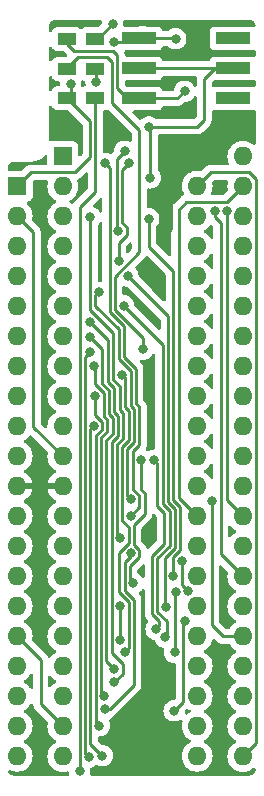
<source format=gbr>
%TF.GenerationSoftware,KiCad,Pcbnew,(6.0.7-1)-1*%
%TF.CreationDate,2022-09-30T17:05:21-04:00*%
%TF.ProjectId,tl866_27c322_adapter,746c3836-365f-4323-9763-3332325f6164,rev?*%
%TF.SameCoordinates,Original*%
%TF.FileFunction,Copper,L1,Top*%
%TF.FilePolarity,Positive*%
%FSLAX46Y46*%
G04 Gerber Fmt 4.6, Leading zero omitted, Abs format (unit mm)*
G04 Created by KiCad (PCBNEW (6.0.7-1)-1) date 2022-09-30 17:05:21*
%MOMM*%
%LPD*%
G01*
G04 APERTURE LIST*
%TA.AperFunction,SMDPad,CuDef*%
%ADD10R,1.600000X1.000000*%
%TD*%
%TA.AperFunction,SMDPad,CuDef*%
%ADD11R,3.000000X1.000000*%
%TD*%
%TA.AperFunction,ComponentPad*%
%ADD12R,1.600000X1.600000*%
%TD*%
%TA.AperFunction,ComponentPad*%
%ADD13O,1.600000X1.600000*%
%TD*%
%TA.AperFunction,ViaPad*%
%ADD14C,0.800000*%
%TD*%
%TA.AperFunction,Conductor*%
%ADD15C,1.000000*%
%TD*%
%TA.AperFunction,Conductor*%
%ADD16C,0.250000*%
%TD*%
G04 APERTURE END LIST*
D10*
%TO.P,SW2,1,A*%
%TO.N,Net-(R3-Pad2)*%
X132783000Y-54269000D03*
%TO.P,SW2,2,B*%
%TO.N,/A20*%
X132783000Y-56769000D03*
%TO.P,SW2,3,C*%
%TO.N,/Vpp*%
X132783000Y-59269000D03*
%TO.P,SW2,4,A*%
%TO.N,Net-(Q1-Pad3)*%
X135183000Y-54269000D03*
%TO.P,SW2,5,B*%
%TO.N,/{slash}GVpp*%
X135183000Y-56769000D03*
%TO.P,SW2,6,C*%
%TO.N,/{slash}OE*%
X135183000Y-59269000D03*
%TD*%
D11*
%TO.P,SW1,1,1*%
%TO.N,/A18*%
X138876300Y-54204900D03*
%TO.P,SW1,2,2*%
%TO.N,/A19*%
X146876300Y-59284900D03*
%TO.P,SW1,4,4*%
%TO.N,Net-(R3-Pad2)*%
X138876300Y-59284900D03*
%TO.P,SW1,8,8*%
%TO.N,unconnected-(SW1-Pad8)*%
X146876300Y-54204900D03*
%TO.P,SW1,C,C*%
%TO.N,VCC*%
X146876300Y-56744900D03*
X138876300Y-56744900D03*
%TD*%
D12*
%TO.P,J1,1,Pin_1*%
%TO.N,/A18*%
X132435600Y-64185800D03*
D13*
%TO.P,J1,2,Pin_2*%
%TO.N,/A17*%
X132435600Y-66725800D03*
%TO.P,J1,3,Pin_3*%
%TO.N,/A7*%
X132435600Y-69265800D03*
%TO.P,J1,4,Pin_4*%
%TO.N,/A6*%
X132435600Y-71805800D03*
%TO.P,J1,5,Pin_5*%
%TO.N,/A5*%
X132435600Y-74345800D03*
%TO.P,J1,6,Pin_6*%
%TO.N,/A4*%
X132435600Y-76885800D03*
%TO.P,J1,7,Pin_7*%
%TO.N,/A3*%
X132435600Y-79425800D03*
%TO.P,J1,8,Pin_8*%
%TO.N,/A2*%
X132435600Y-81965800D03*
%TO.P,J1,9,Pin_9*%
%TO.N,/A1*%
X132435600Y-84505800D03*
%TO.P,J1,10,Pin_10*%
%TO.N,/A0*%
X132435600Y-87045800D03*
%TO.P,J1,11,Pin_11*%
%TO.N,/{slash}E*%
X132435600Y-89585800D03*
%TO.P,J1,12,Pin_12*%
%TO.N,GND*%
X132435600Y-92125800D03*
%TO.P,J1,13,Pin_13*%
%TO.N,/{slash}GVpp*%
X132435600Y-94665800D03*
%TO.P,J1,14,Pin_14*%
%TO.N,/Q0*%
X132435600Y-97205800D03*
%TO.P,J1,15,Pin_15*%
%TO.N,/Q8*%
X132435600Y-99745800D03*
%TO.P,J1,16,Pin_16*%
%TO.N,/Q1*%
X132435600Y-102285800D03*
%TO.P,J1,17,Pin_17*%
%TO.N,/Q9*%
X132435600Y-104825800D03*
%TO.P,J1,18,Pin_18*%
%TO.N,/Q2*%
X132435600Y-107365800D03*
%TO.P,J1,19,Pin_19*%
%TO.N,/Q10*%
X132435600Y-109905800D03*
%TO.P,J1,20,Pin_20*%
%TO.N,/Q3*%
X132435600Y-112445800D03*
%TO.P,J1,21,Pin_21*%
%TO.N,/Q11*%
X132435600Y-114985800D03*
%TO.P,J1,22,Pin_22*%
%TO.N,VCC*%
X147675600Y-114985800D03*
%TO.P,J1,23,Pin_23*%
%TO.N,/Q4*%
X147675600Y-112445800D03*
%TO.P,J1,24,Pin_24*%
%TO.N,/Q12*%
X147675600Y-109905800D03*
%TO.P,J1,25,Pin_25*%
%TO.N,/Q5*%
X147675600Y-107365800D03*
%TO.P,J1,26,Pin_26*%
%TO.N,/Q13*%
X147675600Y-104825800D03*
%TO.P,J1,27,Pin_27*%
%TO.N,/Q6*%
X147675600Y-102285800D03*
%TO.P,J1,28,Pin_28*%
%TO.N,/Q14*%
X147675600Y-99745800D03*
%TO.P,J1,29,Pin_29*%
%TO.N,/Q7*%
X147675600Y-97205800D03*
%TO.P,J1,30,Pin_30*%
%TO.N,/Q15*%
X147675600Y-94665800D03*
%TO.P,J1,31,Pin_31*%
%TO.N,GND*%
X147675600Y-92125800D03*
%TO.P,J1,32,Pin_32*%
%TO.N,/A20*%
X147675600Y-89585800D03*
%TO.P,J1,33,Pin_33*%
%TO.N,/A16*%
X147675600Y-87045800D03*
%TO.P,J1,34,Pin_34*%
%TO.N,/A15*%
X147675600Y-84505800D03*
%TO.P,J1,35,Pin_35*%
%TO.N,/A14*%
X147675600Y-81965800D03*
%TO.P,J1,36,Pin_36*%
%TO.N,/A13*%
X147675600Y-79425800D03*
%TO.P,J1,37,Pin_37*%
%TO.N,/A12*%
X147675600Y-76885800D03*
%TO.P,J1,38,Pin_38*%
%TO.N,/A11*%
X147675600Y-74345800D03*
%TO.P,J1,39,Pin_39*%
%TO.N,/A10*%
X147675600Y-71805800D03*
%TO.P,J1,40,Pin_40*%
%TO.N,/A9*%
X147675600Y-69265800D03*
%TO.P,J1,41,Pin_41*%
%TO.N,/A8*%
X147675600Y-66725800D03*
%TO.P,J1,42,Pin_42*%
%TO.N,/A19*%
X147675600Y-64185800D03*
%TD*%
D12*
%TO.P,J2,1,Pin_1*%
%TO.N,/Vpp*%
X128569800Y-66705400D03*
D13*
%TO.P,J2,2,Pin_2*%
%TO.N,/{slash}E*%
X128569800Y-69245400D03*
%TO.P,J2,3,Pin_3*%
%TO.N,/Q15*%
X128569800Y-71785400D03*
%TO.P,J2,4,Pin_4*%
%TO.N,/Q14*%
X128569800Y-74325400D03*
%TO.P,J2,5,Pin_5*%
%TO.N,/Q13*%
X128569800Y-76865400D03*
%TO.P,J2,6,Pin_6*%
%TO.N,/Q12*%
X128569800Y-79405400D03*
%TO.P,J2,7,Pin_7*%
%TO.N,/Q11*%
X128569800Y-81945400D03*
%TO.P,J2,8,Pin_8*%
%TO.N,/Q10*%
X128569800Y-84485400D03*
%TO.P,J2,9,Pin_9*%
%TO.N,/Q9*%
X128569800Y-87025400D03*
%TO.P,J2,10,Pin_10*%
%TO.N,/Q8*%
X128569800Y-89565400D03*
%TO.P,J2,11,Pin_11*%
%TO.N,GND*%
X128569800Y-92105400D03*
%TO.P,J2,12,Pin_12*%
%TO.N,/Q7*%
X128569800Y-94645400D03*
%TO.P,J2,13,Pin_13*%
%TO.N,/Q6*%
X128569800Y-97185400D03*
%TO.P,J2,14,Pin_14*%
%TO.N,/Q5*%
X128569800Y-99725400D03*
%TO.P,J2,15,Pin_15*%
%TO.N,/Q4*%
X128569800Y-102265400D03*
%TO.P,J2,16,Pin_16*%
%TO.N,/Q3*%
X128569800Y-104805400D03*
%TO.P,J2,17,Pin_17*%
%TO.N,/Q2*%
X128569800Y-107345400D03*
%TO.P,J2,18,Pin_18*%
%TO.N,/Q1*%
X128569800Y-109885400D03*
%TO.P,J2,19,Pin_19*%
%TO.N,/Q0*%
X128569800Y-112425400D03*
%TO.P,J2,20,Pin_20*%
%TO.N,/{slash}OE*%
X128569800Y-114965400D03*
%TO.P,J2,21,Pin_21*%
%TO.N,/A0*%
X143809800Y-114965400D03*
%TO.P,J2,22,Pin_22*%
%TO.N,/A1*%
X143809800Y-112425400D03*
%TO.P,J2,23,Pin_23*%
%TO.N,/A2*%
X143809800Y-109885400D03*
%TO.P,J2,24,Pin_24*%
%TO.N,/A3*%
X143809800Y-107345400D03*
%TO.P,J2,25,Pin_25*%
%TO.N,/A4*%
X143809800Y-104805400D03*
%TO.P,J2,26,Pin_26*%
%TO.N,/A5*%
X143809800Y-102265400D03*
%TO.P,J2,27,Pin_27*%
%TO.N,/A6*%
X143809800Y-99725400D03*
%TO.P,J2,28,Pin_28*%
%TO.N,/A7*%
X143809800Y-97185400D03*
%TO.P,J2,29,Pin_29*%
%TO.N,/A8*%
X143809800Y-94645400D03*
%TO.P,J2,30,Pin_30*%
%TO.N,GND*%
X143809800Y-92105400D03*
%TO.P,J2,31,Pin_31*%
%TO.N,/A9*%
X143809800Y-89565400D03*
%TO.P,J2,32,Pin_32*%
%TO.N,/A10*%
X143809800Y-87025400D03*
%TO.P,J2,33,Pin_33*%
%TO.N,/A11*%
X143809800Y-84485400D03*
%TO.P,J2,34,Pin_34*%
%TO.N,/A12*%
X143809800Y-81945400D03*
%TO.P,J2,35,Pin_35*%
%TO.N,/A13*%
X143809800Y-79405400D03*
%TO.P,J2,36,Pin_36*%
%TO.N,/A14*%
X143809800Y-76865400D03*
%TO.P,J2,37,Pin_37*%
%TO.N,/A15*%
X143809800Y-74325400D03*
%TO.P,J2,38,Pin_38*%
%TO.N,/A16*%
X143809800Y-71785400D03*
%TO.P,J2,39,Pin_39*%
%TO.N,/A17*%
X143809800Y-69245400D03*
%TO.P,J2,40,Pin_40*%
%TO.N,VCC*%
X143809800Y-66705400D03*
%TD*%
D14*
%TO.N,GND*%
X145796000Y-61722000D03*
X141224000Y-70231000D03*
%TO.N,VCC*%
X139725400Y-61694700D03*
X139827000Y-66001300D03*
%TO.N,/A18*%
X141986000Y-54229000D03*
X136779000Y-54483000D03*
%TO.N,/A7*%
X137283000Y-96515300D03*
X134747000Y-69342000D03*
%TO.N,/A6*%
X139700000Y-69469000D03*
X141769500Y-99695000D03*
%TO.N,/A5*%
X137930952Y-74303952D03*
X141172000Y-102362000D03*
%TO.N,/A4*%
X141097000Y-104902000D03*
X137572500Y-76835000D03*
%TO.N,/A3*%
X134747000Y-79502000D03*
X136779000Y-107569000D03*
%TO.N,/A2*%
X135932500Y-109855000D03*
X135032500Y-81915000D03*
%TO.N,/A1*%
X135509000Y-112395000D03*
X135128000Y-84455000D03*
%TO.N,/A0*%
X135032500Y-86995000D03*
X135763000Y-114935000D03*
%TO.N,/{slash}GVpp*%
X135255000Y-57912000D03*
X138182500Y-94615000D03*
X136030025Y-64770964D03*
%TO.N,/Q0*%
X136017000Y-110998000D03*
X138180299Y-97794299D03*
%TO.N,/Q8*%
X138392500Y-100330000D03*
X139082500Y-89916000D03*
%TO.N,/Q1*%
X137282500Y-105156000D03*
X137283000Y-102235000D03*
%TO.N,/Q9*%
X140335000Y-104229500D03*
X140165500Y-89916000D03*
%TO.N,/Q10*%
X137668000Y-106172000D03*
X137445500Y-82665954D03*
%TO.N,/Q11*%
X134620000Y-115062000D03*
X134747000Y-80772000D03*
%TO.N,/Q4*%
X142748000Y-103505000D03*
X141859000Y-111125000D03*
%TO.N,/Q12*%
X136779000Y-108712000D03*
X134747000Y-78232000D03*
%TO.N,/Q5*%
X141896500Y-106172000D03*
X141986000Y-101092000D03*
%TO.N,/Q13*%
X145034000Y-93345000D03*
X138182500Y-93218000D03*
X135471500Y-75692000D03*
%TO.N,/Q6*%
X142494000Y-98425000D03*
X143002000Y-100965000D03*
%TO.N,/Q14*%
X138049000Y-64770000D03*
X145288000Y-68834000D03*
X137160000Y-73025000D03*
%TO.N,/Q15*%
X137122500Y-70485000D03*
X146304000Y-68834000D03*
X137668000Y-63754000D03*
%TO.N,/A20*%
X139229500Y-80518000D03*
%TO.N,/A19*%
X145923000Y-59309000D03*
%TO.N,/Vpp*%
X133096000Y-58039000D03*
%TO.N,/{slash}OE*%
X133858000Y-116205000D03*
%TO.N,Net-(Q1-Pad3)*%
X136652000Y-52959000D03*
%TO.N,Net-(R3-Pad2)*%
X142748000Y-58674000D03*
%TD*%
D15*
%TO.N,GND*%
X145796000Y-62865000D02*
X145034000Y-63627000D01*
X141224000Y-64516000D02*
X141224000Y-70231000D01*
X145796000Y-61722000D02*
X145796000Y-62865000D01*
X142113000Y-63627000D02*
X141224000Y-64516000D01*
X145034000Y-63627000D02*
X142113000Y-63627000D01*
D16*
%TO.N,VCC*%
X148800600Y-66123600D02*
X148209000Y-65532000D01*
X148800600Y-113860800D02*
X148800600Y-66123600D01*
X139827000Y-66001300D02*
X139827000Y-61796300D01*
X139827000Y-61796300D02*
X139725400Y-61694700D01*
X144399000Y-61087000D02*
X144399000Y-57658000D01*
X144399000Y-57658000D02*
X145312100Y-56744900D01*
X148209000Y-65532000D02*
X144983200Y-65532000D01*
X147675600Y-114985800D02*
X148800600Y-113860800D01*
X144983200Y-65532000D02*
X143809800Y-66705400D01*
X139626300Y-56744900D02*
X146126300Y-56744900D01*
X139725400Y-61694700D02*
X143791300Y-61694700D01*
X143791300Y-61694700D02*
X144399000Y-61087000D01*
X145312100Y-56744900D02*
X146126300Y-56744900D01*
%TO.N,/A18*%
X141986000Y-54229000D02*
X141961900Y-54204900D01*
X136779000Y-54483000D02*
X138598200Y-54483000D01*
X139626300Y-54204900D02*
X139165900Y-53744500D01*
X138598200Y-54483000D02*
X138876300Y-54204900D01*
X141961900Y-54204900D02*
X138876300Y-54204900D01*
%TO.N,/A7*%
X136721000Y-79180695D02*
X134747000Y-77206695D01*
X136721000Y-83113507D02*
X136721000Y-79180695D01*
X137240000Y-83632507D02*
X136721000Y-83113507D01*
X137008000Y-88590389D02*
X137557500Y-88040889D01*
X137557500Y-85949111D02*
X137240000Y-85631611D01*
X137240000Y-85631611D02*
X137240000Y-83632507D01*
X137557500Y-88040889D02*
X137557500Y-85949111D01*
X137008000Y-96240300D02*
X137008000Y-88590389D01*
X137283000Y-96515300D02*
X137008000Y-96240300D01*
X134747000Y-77206695D02*
X134747000Y-69342000D01*
%TO.N,/A6*%
X139700000Y-71829500D02*
X141790000Y-73919500D01*
X141769500Y-98124195D02*
X141769500Y-99695000D01*
X139700000Y-69469000D02*
X139700000Y-71829500D01*
X141790000Y-93261996D02*
X142367000Y-93838996D01*
X142367000Y-97526695D02*
X141769500Y-98124195D01*
X141790000Y-73919500D02*
X141790000Y-93261996D01*
X142367000Y-93838996D02*
X142367000Y-97526695D01*
%TO.N,/A5*%
X141044500Y-98212799D02*
X141044500Y-102234500D01*
X141917000Y-97340299D02*
X141044500Y-98212799D01*
X141917000Y-94025392D02*
X141917000Y-97340299D01*
X137930952Y-74303952D02*
X141340000Y-77713000D01*
X141044500Y-102234500D02*
X141172000Y-102362000D01*
X141340000Y-93448392D02*
X141917000Y-94025392D01*
X141340000Y-77713000D02*
X141340000Y-93448392D01*
%TO.N,/A4*%
X141467000Y-97153903D02*
X140447000Y-98173903D01*
X141224000Y-104775000D02*
X141097000Y-104902000D01*
X140890000Y-80152500D02*
X140890000Y-93634788D01*
X137572500Y-76835000D02*
X140890000Y-80152500D01*
X140447000Y-102728000D02*
X141224000Y-103505000D01*
X140890000Y-93634788D02*
X141467000Y-94211788D01*
X141467000Y-94211788D02*
X141467000Y-97153903D01*
X141224000Y-103505000D02*
X141224000Y-104775000D01*
X140447000Y-98173903D02*
X140447000Y-102728000D01*
%TO.N,/A3*%
X136340000Y-86004403D02*
X136340000Y-84005299D01*
X136657500Y-87668097D02*
X136657500Y-86321903D01*
X135763000Y-80518000D02*
X134747000Y-79502000D01*
X136657500Y-86321903D02*
X136340000Y-86004403D01*
X136779000Y-107569000D02*
X136108000Y-106898000D01*
X136108000Y-106898000D02*
X136108000Y-88217597D01*
X135763000Y-83428299D02*
X135763000Y-80518000D01*
X136340000Y-84005299D02*
X135763000Y-83428299D01*
X136108000Y-88217597D02*
X136657500Y-87668097D01*
%TO.N,/A2*%
X136207500Y-87481701D02*
X136207500Y-86508299D01*
X135658000Y-109580500D02*
X135658000Y-88031201D01*
X135932500Y-109855000D02*
X135658000Y-109580500D01*
X136207500Y-86508299D02*
X135890000Y-86190799D01*
X135128000Y-82010500D02*
X135032500Y-81915000D01*
X135890000Y-84191695D02*
X135128000Y-83429695D01*
X135890000Y-86190799D02*
X135890000Y-84191695D01*
X135128000Y-83429695D02*
X135128000Y-82010500D01*
X135658000Y-88031201D02*
X136207500Y-87481701D01*
%TO.N,/A1*%
X135208000Y-112094000D02*
X135208000Y-87844805D01*
X135509000Y-112395000D02*
X135208000Y-112094000D01*
X135757500Y-86694695D02*
X135128000Y-86065195D01*
X135757500Y-87295305D02*
X135757500Y-86694695D01*
X135128000Y-86065195D02*
X135128000Y-84455000D01*
X135208000Y-87844805D02*
X135757500Y-87295305D01*
%TO.N,/A0*%
X134758000Y-87269500D02*
X134758000Y-113930000D01*
X134758000Y-113930000D02*
X135763000Y-114935000D01*
X135032500Y-86995000D02*
X134758000Y-87269500D01*
%TO.N,/{slash}E*%
X132435600Y-89585800D02*
X129921000Y-87071200D01*
X129921000Y-87071200D02*
X129921000Y-70612000D01*
X129921000Y-70612000D02*
X128569800Y-69260800D01*
X128569800Y-69260800D02*
X128569800Y-69245400D01*
%TO.N,/{slash}GVpp*%
X138358000Y-92368195D02*
X138907500Y-92917695D01*
X138620500Y-85102923D02*
X138907500Y-85389923D01*
X136398000Y-65138939D02*
X136398000Y-77343000D01*
X138907500Y-88600077D02*
X138358000Y-89149577D01*
X138907500Y-85389923D02*
X138907500Y-88600077D01*
X135255000Y-56841000D02*
X135183000Y-56769000D01*
X138907500Y-93890000D02*
X138182500Y-94615000D01*
X136030025Y-64770964D02*
X136398000Y-65138939D01*
X135255000Y-57912000D02*
X135255000Y-56841000D01*
X138358000Y-89149577D02*
X138358000Y-92368195D01*
X137621000Y-78566000D02*
X137621000Y-81179753D01*
X138620500Y-82179253D02*
X138620500Y-85102923D01*
X137621000Y-81179753D02*
X138620500Y-82179253D01*
X138907500Y-92917695D02*
X138907500Y-93890000D01*
X136398000Y-77343000D02*
X137621000Y-78566000D01*
%TO.N,/Q0*%
X138180299Y-98045902D02*
X137668000Y-98558201D01*
X138458000Y-108947305D02*
X136407305Y-110998000D01*
X137668000Y-100958299D02*
X138458000Y-101748299D01*
X137668000Y-98558201D02*
X137668000Y-100958299D01*
X138180299Y-97794299D02*
X138180299Y-98045902D01*
X136407305Y-110998000D02*
X136017000Y-110998000D01*
X138458000Y-101748299D02*
X138458000Y-108947305D01*
%TO.N,/Q8*%
X138457500Y-95403104D02*
X138457500Y-97069299D01*
X138457500Y-97069299D02*
X138480604Y-97069299D01*
X138118000Y-98881903D02*
X138118000Y-100055500D01*
X139357500Y-94503104D02*
X138457500Y-95403104D01*
X139082500Y-89916000D02*
X139082500Y-92456299D01*
X139357500Y-92731299D02*
X139357500Y-94503104D01*
X138905299Y-98094604D02*
X138118000Y-98881903D01*
X138905299Y-97493994D02*
X138905299Y-98094604D01*
X139082500Y-92456299D02*
X139357500Y-92731299D01*
X138480604Y-97069299D02*
X138905299Y-97493994D01*
X138118000Y-100055500D02*
X138392500Y-100330000D01*
%TO.N,/Q1*%
X137282500Y-105156000D02*
X137283000Y-105155500D01*
X137283000Y-105155500D02*
X137283000Y-102235000D01*
%TO.N,/Q9*%
X141017000Y-96967507D02*
X139997000Y-97987507D01*
X140440000Y-90190500D02*
X140440000Y-93821184D01*
X140165500Y-89916000D02*
X140440000Y-90190500D01*
X140589000Y-103506396D02*
X140589000Y-103975500D01*
X140589000Y-103975500D02*
X140335000Y-104229500D01*
X139997000Y-102914396D02*
X140589000Y-103506396D01*
X139997000Y-97987507D02*
X139997000Y-102914396D01*
X141017000Y-94398184D02*
X141017000Y-96967507D01*
X140440000Y-93821184D02*
X141017000Y-94398184D01*
%TO.N,/Q10*%
X137458000Y-88776785D02*
X137458000Y-95040000D01*
X137690000Y-85445215D02*
X138007500Y-85762715D01*
X137445500Y-82665954D02*
X137690000Y-82910454D01*
X138008000Y-101934695D02*
X138008000Y-105832000D01*
X138007500Y-85762715D02*
X138007500Y-88227285D01*
X137160000Y-97790000D02*
X137160000Y-101086695D01*
X138008000Y-105832000D02*
X137668000Y-106172000D01*
X138007500Y-88227285D02*
X137458000Y-88776785D01*
X138007500Y-96942500D02*
X137160000Y-97790000D01*
X137458000Y-95040000D02*
X138007500Y-95589500D01*
X138007500Y-95589500D02*
X138007500Y-96942500D01*
X137160000Y-101086695D02*
X138008000Y-101934695D01*
X137690000Y-82910454D02*
X137690000Y-85445215D01*
%TO.N,/Q3*%
X130556000Y-110566200D02*
X130556000Y-106791600D01*
X132435600Y-112445800D02*
X130556000Y-110566200D01*
X130556000Y-106791600D02*
X128569800Y-104805400D01*
%TO.N,/Q11*%
X134308000Y-114750000D02*
X134620000Y-115062000D01*
X134747000Y-80772000D02*
X134308000Y-81211000D01*
X134308000Y-81211000D02*
X134308000Y-114750000D01*
%TO.N,/Q4*%
X142621000Y-110363000D02*
X141859000Y-111125000D01*
X142621000Y-103632000D02*
X142621000Y-110363000D01*
X142748000Y-103505000D02*
X142621000Y-103632000D01*
%TO.N,/Q12*%
X137504000Y-107151000D02*
X136558000Y-106205000D01*
X136779000Y-108712000D02*
X137504000Y-107987000D01*
X137107500Y-87854493D02*
X137107500Y-86135507D01*
X136271000Y-83299903D02*
X136271000Y-79756000D01*
X136558000Y-106205000D02*
X136558000Y-88403993D01*
X137107500Y-86135507D02*
X136790000Y-85818007D01*
X137504000Y-107987000D02*
X137504000Y-107151000D01*
X136790000Y-83818903D02*
X136271000Y-83299903D01*
X136558000Y-88403993D02*
X137107500Y-87854493D01*
X136271000Y-79756000D02*
X134747000Y-78232000D01*
X136790000Y-85818007D02*
X136790000Y-83818903D01*
%TO.N,/Q5*%
X141896500Y-101181500D02*
X141896500Y-106172000D01*
X141986000Y-101092000D02*
X141896500Y-101181500D01*
%TO.N,/Q13*%
X138170500Y-85289319D02*
X138170500Y-82365649D01*
X138182500Y-93218000D02*
X137908000Y-92943500D01*
X138457500Y-85576319D02*
X138170500Y-85289319D01*
X138457500Y-88413681D02*
X138457500Y-85576319D01*
X137908000Y-92943500D02*
X137908000Y-88963181D01*
X138170500Y-82365649D02*
X137171000Y-81366149D01*
X145542000Y-104394000D02*
X145034000Y-103886000D01*
X147675600Y-104825800D02*
X145973800Y-104825800D01*
X135197000Y-75966500D02*
X135471500Y-75692000D01*
X137171000Y-78809000D02*
X135197000Y-76835000D01*
X135197000Y-76835000D02*
X135197000Y-75966500D01*
X145973800Y-104825800D02*
X145542000Y-104394000D01*
X137171000Y-81366149D02*
X137171000Y-78809000D01*
X145034000Y-103886000D02*
X145034000Y-93345000D01*
X137908000Y-88963181D02*
X138457500Y-88413681D01*
%TO.N,/Q6*%
X142494000Y-100457000D02*
X143002000Y-100965000D01*
X142494000Y-98425000D02*
X142494000Y-100457000D01*
%TO.N,/Q14*%
X145288000Y-69342000D02*
X145288000Y-68834000D01*
X147675600Y-99745800D02*
X145796000Y-97866200D01*
X137847500Y-70813500D02*
X137160000Y-71501000D01*
X137847500Y-70184695D02*
X137847500Y-70813500D01*
X137483000Y-69820195D02*
X137847500Y-70184695D01*
X137160000Y-71501000D02*
X137160000Y-73025000D01*
X138049000Y-64770000D02*
X137483000Y-65336000D01*
X145796000Y-97866200D02*
X145796000Y-69850000D01*
X145796000Y-69850000D02*
X145542000Y-69596000D01*
X145542000Y-69596000D02*
X145288000Y-69342000D01*
X137483000Y-65336000D02*
X137483000Y-69820195D01*
%TO.N,/Q15*%
X147675600Y-94665800D02*
X146304000Y-93294200D01*
X146304000Y-84836000D02*
X146304000Y-68834000D01*
X137033000Y-70395500D02*
X137122500Y-70485000D01*
X146304000Y-93294200D02*
X146304000Y-84836000D01*
X137033000Y-64389000D02*
X137033000Y-70395500D01*
X137668000Y-63754000D02*
X137033000Y-64389000D01*
%TO.N,/A20*%
X138901000Y-72309305D02*
X136848000Y-74362305D01*
X136848000Y-74362305D02*
X136848000Y-77156604D01*
X132783000Y-56769000D02*
X133223000Y-56769000D01*
X132783000Y-56769000D02*
X132783000Y-56701000D01*
X136601300Y-59639300D02*
X138901000Y-61939000D01*
X136601300Y-56210300D02*
X136601300Y-59639300D01*
X136144000Y-55753000D02*
X136601300Y-56210300D01*
X139229500Y-79538104D02*
X139229500Y-80518000D01*
X132783000Y-56701000D02*
X133731000Y-55753000D01*
X136848000Y-77156604D02*
X139229500Y-79538104D01*
X138901000Y-61939000D02*
X138901000Y-72309305D01*
X133731000Y-55753000D02*
X136144000Y-55753000D01*
%TO.N,/A8*%
X147675600Y-66725800D02*
X146329400Y-68072000D01*
X142240000Y-68707000D02*
X142240000Y-93075600D01*
X146329400Y-68072000D02*
X142875000Y-68072000D01*
X142875000Y-68072000D02*
X142240000Y-68707000D01*
X142240000Y-93075600D02*
X143809800Y-94645400D01*
%TO.N,/A19*%
X145947100Y-59284900D02*
X146876300Y-59284900D01*
X145923000Y-59309000D02*
X145947100Y-59284900D01*
%TO.N,/Vpp*%
X129743200Y-65532000D02*
X133477000Y-65532000D01*
X128569800Y-66705400D02*
X129743200Y-65532000D01*
X134733000Y-64276000D02*
X134733000Y-61219000D01*
X133096000Y-58956000D02*
X132783000Y-59269000D01*
X133477000Y-65532000D02*
X134733000Y-64276000D01*
X133096000Y-58039000D02*
X133096000Y-58956000D01*
X134733000Y-61219000D02*
X132783000Y-59269000D01*
%TO.N,/{slash}OE*%
X133858000Y-68504550D02*
X133858000Y-116205000D01*
X135183000Y-67179550D02*
X133858000Y-68504550D01*
X135183000Y-59269000D02*
X135183000Y-67179550D01*
%TO.N,Net-(Q1-Pad3)*%
X136652000Y-52959000D02*
X135342000Y-54269000D01*
X135342000Y-54269000D02*
X135183000Y-54269000D01*
%TO.N,Net-(R3-Pad2)*%
X132783000Y-54269000D02*
X132783000Y-54678000D01*
X137897900Y-59284900D02*
X138876300Y-59284900D01*
X137051300Y-58438300D02*
X137897900Y-59284900D01*
X142748000Y-58674000D02*
X142137100Y-59284900D01*
X136652000Y-55245000D02*
X137051300Y-55644300D01*
X142137100Y-59284900D02*
X139626300Y-59284900D01*
X137051300Y-55644300D02*
X137051300Y-58438300D01*
X133350000Y-55245000D02*
X136652000Y-55245000D01*
X132783000Y-54678000D02*
X133350000Y-55245000D01*
%TD*%
%TA.AperFunction,Conductor*%
%TO.N,GND*%
G36*
X129784148Y-87830252D02*
G01*
X131126448Y-89172552D01*
X131160474Y-89234864D01*
X131159059Y-89294259D01*
X131143482Y-89352391D01*
X131143480Y-89352402D01*
X131142057Y-89357713D01*
X131122102Y-89585800D01*
X131142057Y-89813887D01*
X131201316Y-90035043D01*
X131203639Y-90040024D01*
X131203639Y-90040025D01*
X131295751Y-90237562D01*
X131295754Y-90237567D01*
X131298077Y-90242549D01*
X131301234Y-90247057D01*
X131415118Y-90409700D01*
X131429402Y-90430100D01*
X131591300Y-90591998D01*
X131595808Y-90595155D01*
X131595811Y-90595157D01*
X131668437Y-90646010D01*
X131778851Y-90723323D01*
X131783833Y-90725646D01*
X131783838Y-90725649D01*
X131818649Y-90741881D01*
X131871934Y-90788798D01*
X131891395Y-90857075D01*
X131870853Y-90925035D01*
X131818649Y-90970271D01*
X131784089Y-90986386D01*
X131774593Y-90991869D01*
X131596133Y-91116828D01*
X131587725Y-91123884D01*
X131433684Y-91277925D01*
X131426628Y-91286333D01*
X131301669Y-91464793D01*
X131296186Y-91474289D01*
X131204110Y-91671747D01*
X131200364Y-91682039D01*
X131154206Y-91854303D01*
X131154542Y-91868399D01*
X131162484Y-91871800D01*
X132563600Y-91871800D01*
X132631721Y-91891802D01*
X132678214Y-91945458D01*
X132689600Y-91997800D01*
X132689600Y-92253800D01*
X132669598Y-92321921D01*
X132615942Y-92368414D01*
X132563600Y-92379800D01*
X131167633Y-92379800D01*
X131154102Y-92383773D01*
X131152873Y-92392322D01*
X131200364Y-92569561D01*
X131204110Y-92579853D01*
X131296186Y-92777311D01*
X131301669Y-92786807D01*
X131426628Y-92965267D01*
X131433684Y-92973675D01*
X131587725Y-93127716D01*
X131596133Y-93134772D01*
X131774593Y-93259731D01*
X131784089Y-93265214D01*
X131818649Y-93281329D01*
X131871934Y-93328246D01*
X131891395Y-93396523D01*
X131870853Y-93464483D01*
X131818649Y-93509719D01*
X131783838Y-93525951D01*
X131783833Y-93525954D01*
X131778851Y-93528277D01*
X131673989Y-93601702D01*
X131595811Y-93656443D01*
X131595808Y-93656445D01*
X131591300Y-93659602D01*
X131429402Y-93821500D01*
X131298077Y-94009051D01*
X131295754Y-94014033D01*
X131295751Y-94014038D01*
X131203639Y-94211575D01*
X131201316Y-94216557D01*
X131142057Y-94437713D01*
X131122102Y-94665800D01*
X131142057Y-94893887D01*
X131143481Y-94899200D01*
X131143481Y-94899202D01*
X131170628Y-95000513D01*
X131201316Y-95115043D01*
X131203639Y-95120024D01*
X131203639Y-95120025D01*
X131295751Y-95317562D01*
X131295754Y-95317567D01*
X131298077Y-95322549D01*
X131301234Y-95327057D01*
X131418713Y-95494834D01*
X131429402Y-95510100D01*
X131591300Y-95671998D01*
X131595808Y-95675155D01*
X131595811Y-95675157D01*
X131656566Y-95717698D01*
X131778851Y-95803323D01*
X131783833Y-95805646D01*
X131783838Y-95805649D01*
X131818057Y-95821605D01*
X131871342Y-95868522D01*
X131890803Y-95936799D01*
X131870261Y-96004759D01*
X131818057Y-96049995D01*
X131783838Y-96065951D01*
X131783833Y-96065954D01*
X131778851Y-96068277D01*
X131673989Y-96141702D01*
X131595811Y-96196443D01*
X131595808Y-96196445D01*
X131591300Y-96199602D01*
X131429402Y-96361500D01*
X131426245Y-96366008D01*
X131426243Y-96366011D01*
X131387674Y-96421094D01*
X131298077Y-96549051D01*
X131295754Y-96554033D01*
X131295751Y-96554038D01*
X131208100Y-96742008D01*
X131201316Y-96756557D01*
X131142057Y-96977713D01*
X131122102Y-97205800D01*
X131142057Y-97433887D01*
X131201316Y-97655043D01*
X131203639Y-97660024D01*
X131203639Y-97660025D01*
X131295751Y-97857562D01*
X131295754Y-97857567D01*
X131298077Y-97862549D01*
X131301234Y-97867057D01*
X131415118Y-98029700D01*
X131429402Y-98050100D01*
X131591300Y-98211998D01*
X131595808Y-98215155D01*
X131595811Y-98215157D01*
X131673989Y-98269898D01*
X131778851Y-98343323D01*
X131783833Y-98345646D01*
X131783838Y-98345649D01*
X131818057Y-98361605D01*
X131871342Y-98408522D01*
X131890803Y-98476799D01*
X131870261Y-98544759D01*
X131818057Y-98589995D01*
X131783838Y-98605951D01*
X131783833Y-98605954D01*
X131778851Y-98608277D01*
X131673989Y-98681702D01*
X131595811Y-98736443D01*
X131595808Y-98736445D01*
X131591300Y-98739602D01*
X131429402Y-98901500D01*
X131426245Y-98906008D01*
X131426243Y-98906011D01*
X131371502Y-98984189D01*
X131298077Y-99089051D01*
X131295754Y-99094033D01*
X131295751Y-99094038D01*
X131203639Y-99291575D01*
X131201316Y-99296557D01*
X131199894Y-99301865D01*
X131199893Y-99301867D01*
X131147523Y-99497313D01*
X131142057Y-99517713D01*
X131122102Y-99745800D01*
X131142057Y-99973887D01*
X131201316Y-100195043D01*
X131203639Y-100200024D01*
X131203639Y-100200025D01*
X131295751Y-100397562D01*
X131295754Y-100397567D01*
X131298077Y-100402549D01*
X131301234Y-100407057D01*
X131415118Y-100569700D01*
X131429402Y-100590100D01*
X131591300Y-100751998D01*
X131595808Y-100755155D01*
X131595811Y-100755157D01*
X131673989Y-100809898D01*
X131778851Y-100883323D01*
X131783833Y-100885646D01*
X131783838Y-100885649D01*
X131818057Y-100901605D01*
X131871342Y-100948522D01*
X131890803Y-101016799D01*
X131870261Y-101084759D01*
X131818057Y-101129995D01*
X131783838Y-101145951D01*
X131783833Y-101145954D01*
X131778851Y-101148277D01*
X131769230Y-101155014D01*
X131595811Y-101276443D01*
X131595808Y-101276445D01*
X131591300Y-101279602D01*
X131429402Y-101441500D01*
X131426245Y-101446008D01*
X131426243Y-101446011D01*
X131371502Y-101524189D01*
X131298077Y-101629051D01*
X131295754Y-101634033D01*
X131295751Y-101634038D01*
X131205741Y-101827067D01*
X131201316Y-101836557D01*
X131142057Y-102057713D01*
X131122102Y-102285800D01*
X131142057Y-102513887D01*
X131201316Y-102735043D01*
X131203639Y-102740024D01*
X131203639Y-102740025D01*
X131295751Y-102937562D01*
X131295754Y-102937567D01*
X131298077Y-102942549D01*
X131361926Y-103033735D01*
X131426208Y-103125538D01*
X131429402Y-103130100D01*
X131591300Y-103291998D01*
X131595808Y-103295155D01*
X131595811Y-103295157D01*
X131652874Y-103335113D01*
X131778851Y-103423323D01*
X131783833Y-103425646D01*
X131783838Y-103425649D01*
X131818057Y-103441605D01*
X131871342Y-103488522D01*
X131890803Y-103556799D01*
X131870261Y-103624759D01*
X131818057Y-103669995D01*
X131783838Y-103685951D01*
X131783833Y-103685954D01*
X131778851Y-103688277D01*
X131764574Y-103698274D01*
X131595811Y-103816443D01*
X131595808Y-103816445D01*
X131591300Y-103819602D01*
X131429402Y-103981500D01*
X131298077Y-104169051D01*
X131295754Y-104174033D01*
X131295751Y-104174038D01*
X131203639Y-104371575D01*
X131201316Y-104376557D01*
X131199894Y-104381865D01*
X131199893Y-104381867D01*
X131188146Y-104425706D01*
X131142057Y-104597713D01*
X131122102Y-104825800D01*
X131142057Y-105053887D01*
X131143481Y-105059200D01*
X131143481Y-105059202D01*
X131154324Y-105099666D01*
X131201316Y-105275043D01*
X131203639Y-105280024D01*
X131203639Y-105280025D01*
X131295751Y-105477562D01*
X131295754Y-105477567D01*
X131298077Y-105482549D01*
X131363481Y-105575955D01*
X131415118Y-105649700D01*
X131429402Y-105670100D01*
X131591300Y-105831998D01*
X131595808Y-105835155D01*
X131595811Y-105835157D01*
X131672216Y-105888656D01*
X131778851Y-105963323D01*
X131783833Y-105965646D01*
X131783838Y-105965649D01*
X131818057Y-105981605D01*
X131871342Y-106028522D01*
X131890803Y-106096799D01*
X131870261Y-106164759D01*
X131818057Y-106209995D01*
X131783838Y-106225951D01*
X131783833Y-106225954D01*
X131778851Y-106228277D01*
X131673989Y-106301702D01*
X131595811Y-106356443D01*
X131595808Y-106356445D01*
X131591300Y-106359602D01*
X131429402Y-106521500D01*
X131426245Y-106526008D01*
X131426243Y-106526011D01*
X131373742Y-106600990D01*
X131318284Y-106645318D01*
X131247665Y-106652627D01*
X131184305Y-106620596D01*
X131149534Y-106563875D01*
X131142018Y-106538007D01*
X131137697Y-106530700D01*
X131131707Y-106520572D01*
X131123012Y-106502824D01*
X131115552Y-106483983D01*
X131089564Y-106448213D01*
X131083048Y-106438293D01*
X131064580Y-106407065D01*
X131064578Y-106407062D01*
X131060542Y-106400238D01*
X131046221Y-106385917D01*
X131033380Y-106370883D01*
X131026131Y-106360906D01*
X131021472Y-106354493D01*
X130987395Y-106326302D01*
X130978616Y-106318312D01*
X129878952Y-105218648D01*
X129844926Y-105156336D01*
X129846341Y-105096941D01*
X129861918Y-105038809D01*
X129861920Y-105038798D01*
X129863343Y-105033487D01*
X129883298Y-104805400D01*
X129863343Y-104577313D01*
X129804084Y-104356157D01*
X129748085Y-104236065D01*
X129709649Y-104153638D01*
X129709646Y-104153633D01*
X129707323Y-104148651D01*
X129593441Y-103986011D01*
X129579157Y-103965611D01*
X129579155Y-103965608D01*
X129575998Y-103961100D01*
X129414100Y-103799202D01*
X129409592Y-103796045D01*
X129409589Y-103796043D01*
X129261794Y-103692556D01*
X129226549Y-103667877D01*
X129221567Y-103665554D01*
X129221562Y-103665551D01*
X129187343Y-103649595D01*
X129134058Y-103602678D01*
X129114597Y-103534401D01*
X129135139Y-103466441D01*
X129187343Y-103421205D01*
X129221562Y-103405249D01*
X129221567Y-103405246D01*
X129226549Y-103402923D01*
X129375065Y-103298931D01*
X129409589Y-103274757D01*
X129409592Y-103274755D01*
X129414100Y-103271598D01*
X129575998Y-103109700D01*
X129707323Y-102922149D01*
X129709646Y-102917167D01*
X129709649Y-102917162D01*
X129801761Y-102719625D01*
X129801761Y-102719624D01*
X129804084Y-102714643D01*
X129863343Y-102493487D01*
X129883298Y-102265400D01*
X129863343Y-102037313D01*
X129808215Y-101831575D01*
X129805507Y-101821467D01*
X129805506Y-101821465D01*
X129804084Y-101816157D01*
X129767792Y-101738328D01*
X129709649Y-101613638D01*
X129709646Y-101613633D01*
X129707323Y-101608651D01*
X129622758Y-101487880D01*
X129579157Y-101425611D01*
X129579155Y-101425608D01*
X129575998Y-101421100D01*
X129414100Y-101259202D01*
X129409592Y-101256045D01*
X129409589Y-101256043D01*
X129270804Y-101158865D01*
X129226549Y-101127877D01*
X129221567Y-101125554D01*
X129221562Y-101125551D01*
X129187343Y-101109595D01*
X129134058Y-101062678D01*
X129114597Y-100994401D01*
X129135139Y-100926441D01*
X129187343Y-100881205D01*
X129221562Y-100865249D01*
X129221567Y-100865246D01*
X129226549Y-100862923D01*
X129367600Y-100764158D01*
X129409589Y-100734757D01*
X129409592Y-100734755D01*
X129414100Y-100731598D01*
X129575998Y-100569700D01*
X129707323Y-100382149D01*
X129709646Y-100377167D01*
X129709649Y-100377162D01*
X129801761Y-100179625D01*
X129801761Y-100179624D01*
X129804084Y-100174643D01*
X129813348Y-100140072D01*
X129861919Y-99958802D01*
X129861919Y-99958800D01*
X129863343Y-99953487D01*
X129883298Y-99725400D01*
X129863343Y-99497313D01*
X129804084Y-99276157D01*
X129725393Y-99107402D01*
X129709649Y-99073638D01*
X129709646Y-99073633D01*
X129707323Y-99068651D01*
X129593441Y-98906011D01*
X129579157Y-98885611D01*
X129579155Y-98885608D01*
X129575998Y-98881100D01*
X129414100Y-98719202D01*
X129409592Y-98716045D01*
X129409589Y-98716043D01*
X129331411Y-98661302D01*
X129226549Y-98587877D01*
X129221567Y-98585554D01*
X129221562Y-98585551D01*
X129187343Y-98569595D01*
X129134058Y-98522678D01*
X129114597Y-98454401D01*
X129135139Y-98386441D01*
X129187343Y-98341205D01*
X129221562Y-98325249D01*
X129221567Y-98325246D01*
X129226549Y-98322923D01*
X129367600Y-98224158D01*
X129409589Y-98194757D01*
X129409592Y-98194755D01*
X129414100Y-98191598D01*
X129575998Y-98029700D01*
X129707323Y-97842149D01*
X129709646Y-97837167D01*
X129709649Y-97837162D01*
X129801761Y-97639625D01*
X129801761Y-97639624D01*
X129804084Y-97634643D01*
X129842815Y-97490100D01*
X129861919Y-97418802D01*
X129861919Y-97418800D01*
X129863343Y-97413487D01*
X129883298Y-97185400D01*
X129863343Y-96957313D01*
X129810973Y-96761867D01*
X129805507Y-96741467D01*
X129805506Y-96741465D01*
X129804084Y-96736157D01*
X129797032Y-96721033D01*
X129709649Y-96533638D01*
X129709646Y-96533633D01*
X129707323Y-96528651D01*
X129593441Y-96366011D01*
X129579157Y-96345611D01*
X129579155Y-96345608D01*
X129575998Y-96341100D01*
X129414100Y-96179202D01*
X129409592Y-96176045D01*
X129409589Y-96176043D01*
X129331411Y-96121302D01*
X129226549Y-96047877D01*
X129221567Y-96045554D01*
X129221562Y-96045551D01*
X129187343Y-96029595D01*
X129134058Y-95982678D01*
X129114597Y-95914401D01*
X129135139Y-95846441D01*
X129187343Y-95801205D01*
X129221562Y-95785249D01*
X129221567Y-95785246D01*
X129226549Y-95782923D01*
X129367600Y-95684158D01*
X129409589Y-95654757D01*
X129409592Y-95654755D01*
X129414100Y-95651598D01*
X129575998Y-95489700D01*
X129588475Y-95471882D01*
X129689882Y-95327057D01*
X129707323Y-95302149D01*
X129709646Y-95297167D01*
X129709649Y-95297162D01*
X129801761Y-95099625D01*
X129801761Y-95099624D01*
X129804084Y-95094643D01*
X129844826Y-94942595D01*
X129861919Y-94878802D01*
X129861919Y-94878800D01*
X129863343Y-94873487D01*
X129883298Y-94645400D01*
X129863343Y-94417313D01*
X129804084Y-94196157D01*
X129801761Y-94191175D01*
X129709649Y-93993638D01*
X129709646Y-93993633D01*
X129707323Y-93988651D01*
X129593441Y-93826011D01*
X129579157Y-93805611D01*
X129579155Y-93805608D01*
X129575998Y-93801100D01*
X129414100Y-93639202D01*
X129409592Y-93636045D01*
X129409589Y-93636043D01*
X129331411Y-93581302D01*
X129226549Y-93507877D01*
X129221567Y-93505554D01*
X129221562Y-93505551D01*
X129186751Y-93489319D01*
X129133466Y-93442402D01*
X129114005Y-93374125D01*
X129134547Y-93306165D01*
X129186751Y-93260929D01*
X129221311Y-93244814D01*
X129230807Y-93239331D01*
X129409267Y-93114372D01*
X129417675Y-93107316D01*
X129571716Y-92953275D01*
X129578772Y-92944867D01*
X129703731Y-92766407D01*
X129709214Y-92756911D01*
X129801290Y-92559453D01*
X129805036Y-92549161D01*
X129851194Y-92376897D01*
X129850858Y-92362801D01*
X129842916Y-92359400D01*
X128441800Y-92359400D01*
X128373679Y-92339398D01*
X128327186Y-92285742D01*
X128315800Y-92233400D01*
X128315800Y-91977400D01*
X128335802Y-91909279D01*
X128389458Y-91862786D01*
X128441800Y-91851400D01*
X129837767Y-91851400D01*
X129851298Y-91847427D01*
X129852527Y-91838878D01*
X129805036Y-91661639D01*
X129801290Y-91651347D01*
X129709214Y-91453889D01*
X129703731Y-91444393D01*
X129578772Y-91265933D01*
X129571716Y-91257525D01*
X129417675Y-91103484D01*
X129409267Y-91096428D01*
X129230807Y-90971469D01*
X129221311Y-90965986D01*
X129186751Y-90949871D01*
X129133466Y-90902954D01*
X129114005Y-90834677D01*
X129134547Y-90766717D01*
X129186751Y-90721481D01*
X129221562Y-90705249D01*
X129221567Y-90705246D01*
X129226549Y-90702923D01*
X129367600Y-90604158D01*
X129409589Y-90574757D01*
X129409592Y-90574755D01*
X129414100Y-90571598D01*
X129575998Y-90409700D01*
X129707323Y-90222149D01*
X129709646Y-90217167D01*
X129709649Y-90217162D01*
X129801761Y-90019625D01*
X129801761Y-90019624D01*
X129804084Y-90014643D01*
X129863343Y-89793487D01*
X129883298Y-89565400D01*
X129863343Y-89337313D01*
X129832979Y-89223992D01*
X129805507Y-89121467D01*
X129805506Y-89121465D01*
X129804084Y-89116157D01*
X129769030Y-89040982D01*
X129709649Y-88913638D01*
X129709646Y-88913633D01*
X129707323Y-88908651D01*
X129610515Y-88770395D01*
X129579157Y-88725611D01*
X129579155Y-88725608D01*
X129575998Y-88721100D01*
X129414100Y-88559202D01*
X129409592Y-88556045D01*
X129409589Y-88556043D01*
X129241610Y-88438423D01*
X129226549Y-88427877D01*
X129221567Y-88425554D01*
X129221562Y-88425551D01*
X129187343Y-88409595D01*
X129134058Y-88362678D01*
X129114597Y-88294401D01*
X129135139Y-88226441D01*
X129187343Y-88181205D01*
X129221562Y-88165249D01*
X129221567Y-88165246D01*
X129226549Y-88162923D01*
X129367600Y-88064158D01*
X129409589Y-88034757D01*
X129409592Y-88034755D01*
X129414100Y-88031598D01*
X129575998Y-87869700D01*
X129579159Y-87865186D01*
X129591841Y-87847075D01*
X129647299Y-87802747D01*
X129717918Y-87795439D01*
X129784148Y-87830252D01*
G37*
%TD.AperFunction*%
%TA.AperFunction,Conductor*%
G36*
X143717388Y-59099832D02*
G01*
X143758570Y-59157664D01*
X143765500Y-59198875D01*
X143765500Y-60772405D01*
X143745498Y-60840526D01*
X143728595Y-60861501D01*
X143565799Y-61024296D01*
X143503487Y-61058321D01*
X143476704Y-61061200D01*
X140433600Y-61061200D01*
X140365479Y-61041198D01*
X140346253Y-61024857D01*
X140345980Y-61025160D01*
X140341068Y-61020737D01*
X140336653Y-61015834D01*
X140182152Y-60903582D01*
X140176124Y-60900898D01*
X140176122Y-60900897D01*
X140013719Y-60828591D01*
X140013718Y-60828591D01*
X140007688Y-60825906D01*
X139914288Y-60806053D01*
X139827344Y-60787572D01*
X139827339Y-60787572D01*
X139820887Y-60786200D01*
X139629913Y-60786200D01*
X139623461Y-60787572D01*
X139623456Y-60787572D01*
X139536512Y-60806053D01*
X139443112Y-60825906D01*
X139437082Y-60828591D01*
X139437081Y-60828591D01*
X139274678Y-60900897D01*
X139274676Y-60900898D01*
X139268648Y-60903582D01*
X139114147Y-61015834D01*
X139109736Y-61020733D01*
X139109727Y-61020741D01*
X139089087Y-61043665D01*
X139028641Y-61080905D01*
X138957658Y-61079553D01*
X138906356Y-61048450D01*
X138366401Y-60508495D01*
X138332375Y-60446183D01*
X138337440Y-60375368D01*
X138379987Y-60318532D01*
X138446507Y-60293721D01*
X138455496Y-60293400D01*
X140424434Y-60293400D01*
X140486616Y-60286645D01*
X140623005Y-60235515D01*
X140739561Y-60148161D01*
X140826915Y-60031605D01*
X140832876Y-60015705D01*
X140838701Y-60000169D01*
X140881343Y-59943405D01*
X140947905Y-59918706D01*
X140956682Y-59918400D01*
X142058333Y-59918400D01*
X142069516Y-59918927D01*
X142077009Y-59920602D01*
X142084935Y-59920353D01*
X142084936Y-59920353D01*
X142145086Y-59918462D01*
X142149045Y-59918400D01*
X142176956Y-59918400D01*
X142180891Y-59917903D01*
X142180956Y-59917895D01*
X142192793Y-59916962D01*
X142225051Y-59915948D01*
X142229070Y-59915822D01*
X142236989Y-59915573D01*
X142256443Y-59909921D01*
X142275800Y-59905913D01*
X142288030Y-59904368D01*
X142288031Y-59904368D01*
X142295897Y-59903374D01*
X142303268Y-59900455D01*
X142303270Y-59900455D01*
X142337012Y-59887096D01*
X142348242Y-59883251D01*
X142383083Y-59873129D01*
X142383084Y-59873129D01*
X142390693Y-59870918D01*
X142397512Y-59866885D01*
X142397517Y-59866883D01*
X142408128Y-59860607D01*
X142425876Y-59851912D01*
X142444717Y-59844452D01*
X142480487Y-59818464D01*
X142490407Y-59811948D01*
X142521635Y-59793480D01*
X142521638Y-59793478D01*
X142528462Y-59789442D01*
X142542783Y-59775121D01*
X142557817Y-59762280D01*
X142567793Y-59755032D01*
X142574207Y-59750372D01*
X142602393Y-59716301D01*
X142610382Y-59707522D01*
X142698499Y-59619405D01*
X142760811Y-59585379D01*
X142787594Y-59582500D01*
X142843487Y-59582500D01*
X142849939Y-59581128D01*
X142849944Y-59581128D01*
X142936888Y-59562647D01*
X143030288Y-59542794D01*
X143036319Y-59540109D01*
X143198722Y-59467803D01*
X143198724Y-59467802D01*
X143204752Y-59465118D01*
X143359253Y-59352866D01*
X143487040Y-59210944D01*
X143530381Y-59135875D01*
X143581763Y-59086882D01*
X143651477Y-59073446D01*
X143717388Y-59099832D01*
G37*
%TD.AperFunction*%
%TD*%
%TA.AperFunction,NonConductor*%
G36*
X135701259Y-52650002D02*
G01*
X135747752Y-52703658D01*
X135758448Y-52769169D01*
X135742422Y-52921647D01*
X135741093Y-52934293D01*
X135714080Y-52999949D01*
X135704878Y-53010218D01*
X135491499Y-53223596D01*
X135429187Y-53257621D01*
X135402404Y-53260500D01*
X134334866Y-53260500D01*
X134272684Y-53267255D01*
X134136295Y-53318385D01*
X134129110Y-53323770D01*
X134129108Y-53323771D01*
X134058565Y-53376640D01*
X133992058Y-53401488D01*
X133922676Y-53386435D01*
X133907435Y-53376640D01*
X133836892Y-53323771D01*
X133836890Y-53323770D01*
X133829705Y-53318385D01*
X133693316Y-53267255D01*
X133631134Y-53260500D01*
X131934866Y-53260500D01*
X131872684Y-53267255D01*
X131736295Y-53318385D01*
X131619739Y-53405739D01*
X131532385Y-53522295D01*
X131529233Y-53530704D01*
X131529232Y-53530705D01*
X131515982Y-53566049D01*
X131473341Y-53622814D01*
X131406779Y-53647514D01*
X131337430Y-53632307D01*
X131287312Y-53582021D01*
X131272000Y-53521820D01*
X131272000Y-53174750D01*
X131273746Y-53153845D01*
X131276270Y-53138844D01*
X131276270Y-53138841D01*
X131277076Y-53134052D01*
X131277229Y-53121500D01*
X131276540Y-53116688D01*
X131276223Y-53111827D01*
X131276508Y-53111808D01*
X131276107Y-53085049D01*
X131282734Y-53026236D01*
X131289013Y-52998729D01*
X131315985Y-52921647D01*
X131328227Y-52896226D01*
X131371678Y-52827074D01*
X131389270Y-52805015D01*
X131447015Y-52747270D01*
X131469074Y-52729678D01*
X131538226Y-52686227D01*
X131563647Y-52673985D01*
X131640728Y-52647013D01*
X131668236Y-52640734D01*
X131723726Y-52634482D01*
X131739368Y-52634577D01*
X131739379Y-52633700D01*
X131748351Y-52633810D01*
X131757224Y-52635191D01*
X131766126Y-52634027D01*
X131766128Y-52634027D01*
X131781451Y-52632023D01*
X131788786Y-52631064D01*
X131805121Y-52630000D01*
X135633138Y-52630000D01*
X135701259Y-52650002D01*
G37*
%TD.AperFunction*%
%TA.AperFunction,NonConductor*%
G36*
X148233518Y-52631500D02*
G01*
X148248352Y-52633810D01*
X148248355Y-52633810D01*
X148257224Y-52635191D01*
X148266126Y-52634027D01*
X148266250Y-52634011D01*
X148296692Y-52633740D01*
X148304121Y-52634577D01*
X148358764Y-52640734D01*
X148386271Y-52647013D01*
X148463353Y-52673985D01*
X148488774Y-52686227D01*
X148557926Y-52729678D01*
X148579985Y-52747270D01*
X148637730Y-52805015D01*
X148655322Y-52827074D01*
X148698773Y-52896226D01*
X148711015Y-52921647D01*
X148737987Y-52998728D01*
X148744266Y-53026236D01*
X148750518Y-53081726D01*
X148750423Y-53097370D01*
X148751300Y-53097381D01*
X148751190Y-53106351D01*
X148749809Y-53115224D01*
X148750787Y-53122703D01*
X148730166Y-53189884D01*
X148675946Y-53235718D01*
X148605554Y-53244962D01*
X148580780Y-53238455D01*
X148486616Y-53203155D01*
X148424434Y-53196400D01*
X145328166Y-53196400D01*
X145265984Y-53203155D01*
X145129595Y-53254285D01*
X145013039Y-53341639D01*
X144925685Y-53458195D01*
X144874555Y-53594584D01*
X144867800Y-53656766D01*
X144867800Y-54753034D01*
X144874555Y-54815216D01*
X144925685Y-54951605D01*
X145013039Y-55068161D01*
X145129595Y-55155515D01*
X145265984Y-55206645D01*
X145328166Y-55213400D01*
X148424434Y-55213400D01*
X148486616Y-55206645D01*
X148494012Y-55203873D01*
X148494018Y-55203871D01*
X148584771Y-55169849D01*
X148655578Y-55164666D01*
X148717947Y-55198587D01*
X148752076Y-55260843D01*
X148755000Y-55287831D01*
X148755000Y-55661969D01*
X148734998Y-55730090D01*
X148681342Y-55776583D01*
X148611068Y-55786687D01*
X148584771Y-55779951D01*
X148494018Y-55745929D01*
X148494012Y-55745927D01*
X148486616Y-55743155D01*
X148424434Y-55736400D01*
X145328166Y-55736400D01*
X145265984Y-55743155D01*
X145129595Y-55794285D01*
X145013039Y-55881639D01*
X144925685Y-55998195D01*
X144922532Y-56006604D01*
X144922531Y-56006607D01*
X144913899Y-56029631D01*
X144871257Y-56086395D01*
X144804695Y-56111094D01*
X144795918Y-56111400D01*
X140956682Y-56111400D01*
X140888561Y-56091398D01*
X140842068Y-56037742D01*
X140838701Y-56029631D01*
X140830069Y-56006607D01*
X140830068Y-56006604D01*
X140826915Y-55998195D01*
X140739561Y-55881639D01*
X140623005Y-55794285D01*
X140486616Y-55743155D01*
X140424434Y-55736400D01*
X137810800Y-55736400D01*
X137742679Y-55716398D01*
X137696186Y-55662742D01*
X137685223Y-55612345D01*
X137685049Y-55612356D01*
X137684977Y-55611214D01*
X137684800Y-55610400D01*
X137684800Y-55604444D01*
X137684294Y-55600438D01*
X137683361Y-55588592D01*
X137682222Y-55552337D01*
X137681973Y-55544410D01*
X137676322Y-55524958D01*
X137672314Y-55505606D01*
X137670768Y-55493368D01*
X137670767Y-55493366D01*
X137669774Y-55485503D01*
X137653494Y-55444386D01*
X137649659Y-55433185D01*
X137637318Y-55390706D01*
X137635455Y-55387555D01*
X137626991Y-55318976D01*
X137657771Y-55254998D01*
X137718253Y-55217818D01*
X137751325Y-55213400D01*
X140424434Y-55213400D01*
X140486616Y-55206645D01*
X140623005Y-55155515D01*
X140739561Y-55068161D01*
X140826915Y-54951605D01*
X140830069Y-54943193D01*
X140838701Y-54920169D01*
X140881343Y-54863405D01*
X140947905Y-54838706D01*
X140956682Y-54838400D01*
X141256101Y-54838400D01*
X141324222Y-54858402D01*
X141349738Y-54880091D01*
X141370323Y-54902954D01*
X141370330Y-54902960D01*
X141374747Y-54907866D01*
X141380089Y-54911747D01*
X141380091Y-54911749D01*
X141523174Y-55015705D01*
X141529248Y-55020118D01*
X141535276Y-55022802D01*
X141535278Y-55022803D01*
X141697681Y-55095109D01*
X141703712Y-55097794D01*
X141797112Y-55117647D01*
X141884056Y-55136128D01*
X141884061Y-55136128D01*
X141890513Y-55137500D01*
X142081487Y-55137500D01*
X142087939Y-55136128D01*
X142087944Y-55136128D01*
X142174888Y-55117647D01*
X142268288Y-55097794D01*
X142274319Y-55095109D01*
X142436722Y-55022803D01*
X142436724Y-55022802D01*
X142442752Y-55020118D01*
X142597253Y-54907866D01*
X142659525Y-54838706D01*
X142720621Y-54770852D01*
X142720622Y-54770851D01*
X142725040Y-54765944D01*
X142820527Y-54600556D01*
X142879542Y-54418928D01*
X142899504Y-54229000D01*
X142879542Y-54039072D01*
X142820527Y-53857444D01*
X142725040Y-53692056D01*
X142696342Y-53660183D01*
X142601675Y-53555045D01*
X142601674Y-53555044D01*
X142597253Y-53550134D01*
X142498157Y-53478136D01*
X142448094Y-53441763D01*
X142448093Y-53441762D01*
X142442752Y-53437882D01*
X142436724Y-53435198D01*
X142436722Y-53435197D01*
X142274319Y-53362891D01*
X142274318Y-53362891D01*
X142268288Y-53360206D01*
X142174887Y-53340353D01*
X142087944Y-53321872D01*
X142087939Y-53321872D01*
X142081487Y-53320500D01*
X141890513Y-53320500D01*
X141884061Y-53321872D01*
X141884056Y-53321872D01*
X141797112Y-53340353D01*
X141703712Y-53360206D01*
X141697682Y-53362891D01*
X141697681Y-53362891D01*
X141535278Y-53435197D01*
X141535276Y-53435198D01*
X141529248Y-53437882D01*
X141523907Y-53441762D01*
X141523906Y-53441763D01*
X141378598Y-53547336D01*
X141311730Y-53571194D01*
X141304537Y-53571400D01*
X140956682Y-53571400D01*
X140888561Y-53551398D01*
X140842068Y-53497742D01*
X140838701Y-53489631D01*
X140830069Y-53466607D01*
X140830067Y-53466603D01*
X140826915Y-53458195D01*
X140739561Y-53341639D01*
X140623005Y-53254285D01*
X140486616Y-53203155D01*
X140424434Y-53196400D01*
X139520532Y-53196400D01*
X139470492Y-53186037D01*
X139361434Y-53138844D01*
X139344045Y-53131319D01*
X139185957Y-53106280D01*
X139178065Y-53107026D01*
X139034496Y-53120597D01*
X139034493Y-53120598D01*
X139026608Y-53121343D01*
X139019154Y-53124026D01*
X139019152Y-53124027D01*
X138977997Y-53138844D01*
X138876011Y-53175561D01*
X138869457Y-53180015D01*
X138864252Y-53182667D01*
X138807050Y-53196400D01*
X137680490Y-53196400D01*
X137612369Y-53176398D01*
X137565876Y-53122742D01*
X137555180Y-53057230D01*
X137564814Y-52965565D01*
X137565504Y-52959000D01*
X137545552Y-52769170D01*
X137558324Y-52699332D01*
X137606826Y-52647486D01*
X137670862Y-52630000D01*
X148214133Y-52630000D01*
X148233518Y-52631500D01*
G37*
%TD.AperFunction*%
%TA.AperFunction,NonConductor*%
G36*
X131480512Y-54920956D02*
G01*
X131515982Y-54971951D01*
X131532385Y-55015705D01*
X131619739Y-55132261D01*
X131736295Y-55219615D01*
X131872684Y-55270745D01*
X131934866Y-55277500D01*
X132434405Y-55277500D01*
X132502526Y-55297502D01*
X132523501Y-55314405D01*
X132754500Y-55545405D01*
X132788525Y-55607717D01*
X132783460Y-55678533D01*
X132740913Y-55735368D01*
X132674392Y-55760179D01*
X132665404Y-55760500D01*
X131934866Y-55760500D01*
X131872684Y-55767255D01*
X131736295Y-55818385D01*
X131619739Y-55905739D01*
X131532385Y-56022295D01*
X131529233Y-56030704D01*
X131529232Y-56030705D01*
X131515982Y-56066049D01*
X131473341Y-56122814D01*
X131406779Y-56147514D01*
X131337430Y-56132307D01*
X131287312Y-56082021D01*
X131272000Y-56021820D01*
X131272000Y-55016180D01*
X131292002Y-54948059D01*
X131345658Y-54901566D01*
X131415932Y-54891462D01*
X131480512Y-54920956D01*
G37*
%TD.AperFunction*%
%TA.AperFunction,NonConductor*%
G36*
X134160201Y-57728577D02*
G01*
X134261902Y-57766703D01*
X134318667Y-57809344D01*
X134343367Y-57875906D01*
X134342982Y-57897858D01*
X134342186Y-57905430D01*
X134342186Y-57905435D01*
X134341496Y-57912000D01*
X134342186Y-57918565D01*
X134350234Y-57995134D01*
X134361458Y-58101928D01*
X134363499Y-58108210D01*
X134364872Y-58114668D01*
X134363285Y-58115005D01*
X134365074Y-58177805D01*
X134328406Y-58238600D01*
X134274863Y-58267018D01*
X134272684Y-58267255D01*
X134164578Y-58307782D01*
X134093772Y-58312965D01*
X134031403Y-58279044D01*
X133997273Y-58216789D01*
X133995039Y-58176630D01*
X134008814Y-58045565D01*
X134009504Y-58039000D01*
X133990662Y-57859729D01*
X134003434Y-57789891D01*
X134051936Y-57738044D01*
X134120769Y-57720650D01*
X134160201Y-57728577D01*
G37*
%TD.AperFunction*%
%TA.AperFunction,NonConductor*%
G36*
X148717947Y-57738587D02*
G01*
X148752076Y-57800843D01*
X148755000Y-57827831D01*
X148755000Y-58201969D01*
X148734998Y-58270090D01*
X148681342Y-58316583D01*
X148611068Y-58326687D01*
X148584771Y-58319951D01*
X148494018Y-58285929D01*
X148494012Y-58285927D01*
X148486616Y-58283155D01*
X148424434Y-58276400D01*
X145328166Y-58276400D01*
X145265984Y-58283155D01*
X145229797Y-58296721D01*
X145202730Y-58306868D01*
X145131923Y-58312051D01*
X145069554Y-58278130D01*
X145035424Y-58215875D01*
X145032500Y-58188886D01*
X145032500Y-57972594D01*
X145052502Y-57904473D01*
X145069405Y-57883499D01*
X145169424Y-57783480D01*
X145231736Y-57749454D01*
X145272125Y-57747312D01*
X145328166Y-57753400D01*
X148424434Y-57753400D01*
X148486616Y-57746645D01*
X148494012Y-57743873D01*
X148494018Y-57743871D01*
X148584771Y-57709849D01*
X148655578Y-57704666D01*
X148717947Y-57738587D01*
G37*
%TD.AperFunction*%
%TA.AperFunction,NonConductor*%
G36*
X131480512Y-57420956D02*
G01*
X131515982Y-57471951D01*
X131523350Y-57491605D01*
X131532385Y-57515705D01*
X131619739Y-57632261D01*
X131736295Y-57719615D01*
X131872684Y-57770745D01*
X131934866Y-57777500D01*
X132070043Y-57777500D01*
X132138164Y-57797502D01*
X132184657Y-57851158D01*
X132195353Y-57916670D01*
X132187106Y-57995134D01*
X132182496Y-58039000D01*
X132183186Y-58045565D01*
X132191149Y-58121330D01*
X132178377Y-58191168D01*
X132129875Y-58243015D01*
X132065839Y-58260500D01*
X131934866Y-58260500D01*
X131872684Y-58267255D01*
X131736295Y-58318385D01*
X131619739Y-58405739D01*
X131532385Y-58522295D01*
X131529233Y-58530704D01*
X131529232Y-58530705D01*
X131515982Y-58566049D01*
X131473341Y-58622814D01*
X131406779Y-58647514D01*
X131337430Y-58632307D01*
X131287312Y-58582021D01*
X131272000Y-58521820D01*
X131272000Y-57516180D01*
X131292002Y-57448059D01*
X131345658Y-57401566D01*
X131415932Y-57391462D01*
X131480512Y-57420956D01*
G37*
%TD.AperFunction*%
%TA.AperFunction,NonConductor*%
G36*
X143722423Y-57398402D02*
G01*
X143768916Y-57452058D01*
X143779020Y-57522332D01*
X143776344Y-57535734D01*
X143767471Y-57570291D01*
X143767470Y-57570295D01*
X143765500Y-57577970D01*
X143765500Y-57598224D01*
X143763949Y-57617934D01*
X143760780Y-57637943D01*
X143761526Y-57645835D01*
X143764941Y-57681961D01*
X143765500Y-57693819D01*
X143765500Y-58149125D01*
X143745498Y-58217246D01*
X143691842Y-58263739D01*
X143621568Y-58273843D01*
X143556988Y-58244349D01*
X143530381Y-58212125D01*
X143487040Y-58137056D01*
X143359253Y-57995134D01*
X143204752Y-57882882D01*
X143198724Y-57880198D01*
X143198722Y-57880197D01*
X143036319Y-57807891D01*
X143036318Y-57807891D01*
X143030288Y-57805206D01*
X142928076Y-57783480D01*
X142849944Y-57766872D01*
X142849939Y-57766872D01*
X142843487Y-57765500D01*
X142652513Y-57765500D01*
X142646061Y-57766872D01*
X142646056Y-57766872D01*
X142567924Y-57783480D01*
X142465712Y-57805206D01*
X142459682Y-57807891D01*
X142459681Y-57807891D01*
X142297278Y-57880197D01*
X142297276Y-57880198D01*
X142291248Y-57882882D01*
X142136747Y-57995134D01*
X142008960Y-58137056D01*
X141971482Y-58201969D01*
X141924610Y-58283155D01*
X141913473Y-58302444D01*
X141854458Y-58484072D01*
X141850441Y-58522295D01*
X141848730Y-58538570D01*
X141821717Y-58604227D01*
X141763495Y-58644857D01*
X141723420Y-58651400D01*
X140956682Y-58651400D01*
X140888561Y-58631398D01*
X140842068Y-58577742D01*
X140838701Y-58569631D01*
X140830069Y-58546607D01*
X140830068Y-58546604D01*
X140826915Y-58538195D01*
X140739561Y-58421639D01*
X140623005Y-58334285D01*
X140486616Y-58283155D01*
X140424434Y-58276400D01*
X137837495Y-58276400D01*
X137769374Y-58256398D01*
X137748400Y-58239495D01*
X137721705Y-58212800D01*
X137687679Y-58150488D01*
X137684800Y-58123705D01*
X137684800Y-57879400D01*
X137704802Y-57811279D01*
X137758458Y-57764786D01*
X137810800Y-57753400D01*
X140424434Y-57753400D01*
X140486616Y-57746645D01*
X140623005Y-57695515D01*
X140739561Y-57608161D01*
X140826915Y-57491605D01*
X140831320Y-57479855D01*
X140838701Y-57460169D01*
X140881343Y-57403405D01*
X140947905Y-57378706D01*
X140956682Y-57378400D01*
X143654302Y-57378400D01*
X143722423Y-57398402D01*
G37*
%TD.AperFunction*%
%TA.AperFunction,NonConductor*%
G36*
X136327804Y-60261708D02*
G01*
X137281706Y-61215611D01*
X138230595Y-62164500D01*
X138264621Y-62226812D01*
X138267500Y-62253595D01*
X138267500Y-62832414D01*
X138247498Y-62900535D01*
X138193842Y-62947028D01*
X138123568Y-62957132D01*
X138090252Y-62947521D01*
X137956323Y-62887892D01*
X137956315Y-62887889D01*
X137950288Y-62885206D01*
X137856888Y-62865353D01*
X137769944Y-62846872D01*
X137769939Y-62846872D01*
X137763487Y-62845500D01*
X137572513Y-62845500D01*
X137566061Y-62846872D01*
X137566056Y-62846872D01*
X137479112Y-62865353D01*
X137385712Y-62885206D01*
X137379682Y-62887891D01*
X137379681Y-62887891D01*
X137217278Y-62960197D01*
X137217276Y-62960198D01*
X137211248Y-62962882D01*
X137056747Y-63075134D01*
X137052326Y-63080044D01*
X137052325Y-63080045D01*
X136939153Y-63205736D01*
X136928960Y-63217056D01*
X136833473Y-63382444D01*
X136774458Y-63564072D01*
X136773768Y-63570633D01*
X136773768Y-63570635D01*
X136757093Y-63729292D01*
X136730080Y-63794949D01*
X136720878Y-63805217D01*
X136640747Y-63885348D01*
X136632461Y-63892888D01*
X136625982Y-63897000D01*
X136620557Y-63902777D01*
X136591378Y-63933850D01*
X136530165Y-63969816D01*
X136459225Y-63966979D01*
X136448279Y-63962705D01*
X136318348Y-63904856D01*
X136318340Y-63904853D01*
X136312313Y-63902170D01*
X136218913Y-63882317D01*
X136131969Y-63863836D01*
X136131964Y-63863836D01*
X136125512Y-63862464D01*
X135942500Y-63862464D01*
X135874379Y-63842462D01*
X135827886Y-63788806D01*
X135816500Y-63736464D01*
X135816500Y-60403500D01*
X135836502Y-60335379D01*
X135890158Y-60288886D01*
X135942500Y-60277500D01*
X136031134Y-60277500D01*
X136093316Y-60270745D01*
X136100712Y-60267973D01*
X136100718Y-60267971D01*
X136194480Y-60232821D01*
X136265287Y-60227638D01*
X136327804Y-60261708D01*
G37*
%TD.AperFunction*%
%TA.AperFunction,NonConductor*%
G36*
X131480512Y-59920956D02*
G01*
X131515982Y-59971951D01*
X131532385Y-60015705D01*
X131619739Y-60132261D01*
X131736295Y-60219615D01*
X131872684Y-60270745D01*
X131934866Y-60277500D01*
X132843406Y-60277500D01*
X132911527Y-60297502D01*
X132932501Y-60314405D01*
X134062595Y-61444499D01*
X134096621Y-61506811D01*
X134099500Y-61533594D01*
X134099500Y-63961405D01*
X134079498Y-64029526D01*
X134062595Y-64050500D01*
X133959195Y-64153900D01*
X133896883Y-64187926D01*
X133826068Y-64182861D01*
X133769232Y-64140314D01*
X133744421Y-64073794D01*
X133744100Y-64064805D01*
X133744100Y-63337666D01*
X133737345Y-63275484D01*
X133686215Y-63139095D01*
X133598861Y-63022539D01*
X133482305Y-62935185D01*
X133345916Y-62884055D01*
X133283734Y-62877300D01*
X131587466Y-62877300D01*
X131525284Y-62884055D01*
X131442229Y-62915191D01*
X131371423Y-62920374D01*
X131309054Y-62886453D01*
X131274924Y-62824198D01*
X131272000Y-62797209D01*
X131272000Y-60016180D01*
X131292002Y-59948059D01*
X131345658Y-59901566D01*
X131415932Y-59891462D01*
X131480512Y-59920956D01*
G37*
%TD.AperFunction*%
%TA.AperFunction,NonConductor*%
G36*
X131036601Y-64073682D02*
G01*
X131096326Y-64112067D01*
X131125818Y-64176648D01*
X131127100Y-64194577D01*
X131127100Y-64772500D01*
X131107098Y-64840621D01*
X131053442Y-64887114D01*
X131001100Y-64898500D01*
X129821967Y-64898500D01*
X129810784Y-64897973D01*
X129803291Y-64896298D01*
X129795365Y-64896547D01*
X129795364Y-64896547D01*
X129735214Y-64898438D01*
X129731255Y-64898500D01*
X129703344Y-64898500D01*
X129699410Y-64898997D01*
X129699409Y-64898997D01*
X129699344Y-64899005D01*
X129687507Y-64899938D01*
X129655690Y-64900938D01*
X129651229Y-64901078D01*
X129643310Y-64901327D01*
X129626295Y-64906270D01*
X129623858Y-64906978D01*
X129604506Y-64910986D01*
X129597435Y-64911880D01*
X129584403Y-64913526D01*
X129577034Y-64916443D01*
X129577032Y-64916444D01*
X129543297Y-64929800D01*
X129532069Y-64933645D01*
X129489607Y-64945982D01*
X129482785Y-64950016D01*
X129482779Y-64950019D01*
X129472168Y-64956294D01*
X129454418Y-64964990D01*
X129442956Y-64969528D01*
X129442951Y-64969531D01*
X129435583Y-64972448D01*
X129429168Y-64977109D01*
X129399825Y-64998427D01*
X129389907Y-65004943D01*
X129371219Y-65015995D01*
X129351837Y-65027458D01*
X129337513Y-65041782D01*
X129322481Y-65054621D01*
X129306093Y-65066528D01*
X129283368Y-65093998D01*
X129277912Y-65100593D01*
X129269922Y-65109373D01*
X129019300Y-65359995D01*
X128956988Y-65394021D01*
X128930205Y-65396900D01*
X127898000Y-65396900D01*
X127829879Y-65376898D01*
X127783386Y-65323242D01*
X127772000Y-65270900D01*
X127772000Y-65174750D01*
X127773746Y-65153845D01*
X127776270Y-65138844D01*
X127776270Y-65138841D01*
X127777076Y-65134052D01*
X127777229Y-65121500D01*
X127776540Y-65116688D01*
X127776223Y-65111827D01*
X127776508Y-65111808D01*
X127776107Y-65085049D01*
X127782734Y-65026236D01*
X127789013Y-64998729D01*
X127815985Y-64921647D01*
X127828227Y-64896226D01*
X127871678Y-64827074D01*
X127889270Y-64805015D01*
X127947015Y-64747270D01*
X127969074Y-64729678D01*
X128038226Y-64686227D01*
X128063647Y-64673985D01*
X128140728Y-64647013D01*
X128168236Y-64640734D01*
X128223726Y-64634482D01*
X128239368Y-64634577D01*
X128239379Y-64633700D01*
X128248351Y-64633810D01*
X128257224Y-64635191D01*
X128266126Y-64634027D01*
X128266128Y-64634027D01*
X128281177Y-64632059D01*
X128288786Y-64631064D01*
X128305121Y-64630000D01*
X129710250Y-64630000D01*
X129731155Y-64631746D01*
X129746156Y-64634270D01*
X129746159Y-64634270D01*
X129750948Y-64635076D01*
X129757187Y-64635152D01*
X129758640Y-64635170D01*
X129758643Y-64635170D01*
X129763500Y-64635229D01*
X129778290Y-64633111D01*
X129787143Y-64632162D01*
X129974242Y-64618780D01*
X129978730Y-64618459D01*
X130030271Y-64607247D01*
X130185182Y-64573549D01*
X130185189Y-64573547D01*
X130189579Y-64572592D01*
X130193794Y-64571020D01*
X130193797Y-64571019D01*
X130290667Y-64534888D01*
X130391754Y-64497185D01*
X130581140Y-64393772D01*
X130753881Y-64264460D01*
X130906460Y-64111881D01*
X130906738Y-64111510D01*
X130965604Y-64073680D01*
X131036601Y-64073682D01*
G37*
%TD.AperFunction*%
%TA.AperFunction,NonConductor*%
G36*
X146374988Y-66185502D02*
G01*
X146421481Y-66239158D01*
X146431585Y-66309432D01*
X146428575Y-66324105D01*
X146382057Y-66497713D01*
X146362102Y-66725800D01*
X146382057Y-66953887D01*
X146399060Y-67017341D01*
X146397370Y-67088318D01*
X146366448Y-67139047D01*
X146103900Y-67401595D01*
X146041588Y-67435621D01*
X146014805Y-67438500D01*
X145109500Y-67438500D01*
X145041379Y-67418498D01*
X144994886Y-67364842D01*
X144984782Y-67294568D01*
X144995305Y-67259250D01*
X145041761Y-67159625D01*
X145041761Y-67159624D01*
X145044084Y-67154643D01*
X145062047Y-67087607D01*
X145101919Y-66938802D01*
X145101919Y-66938800D01*
X145103343Y-66933487D01*
X145123298Y-66705400D01*
X145103343Y-66477313D01*
X145101919Y-66471998D01*
X145101918Y-66471991D01*
X145086341Y-66413859D01*
X145088030Y-66342883D01*
X145118952Y-66292152D01*
X145208699Y-66202405D01*
X145271011Y-66168379D01*
X145297794Y-66165500D01*
X146306867Y-66165500D01*
X146374988Y-66185502D01*
G37*
%TD.AperFunction*%
%TA.AperFunction,NonConductor*%
G36*
X134467532Y-65541538D02*
G01*
X134524368Y-65584085D01*
X134549179Y-65650605D01*
X134549500Y-65659594D01*
X134549500Y-66864956D01*
X134529498Y-66933077D01*
X134512595Y-66954051D01*
X133980664Y-67485981D01*
X133465747Y-68000898D01*
X133457461Y-68008438D01*
X133450982Y-68012550D01*
X133445557Y-68018327D01*
X133404357Y-68062201D01*
X133401602Y-68065043D01*
X133381865Y-68084780D01*
X133379385Y-68087977D01*
X133371682Y-68096997D01*
X133341414Y-68129229D01*
X133337595Y-68136175D01*
X133332935Y-68142589D01*
X133330644Y-68140925D01*
X133289868Y-68181466D01*
X133220451Y-68196358D01*
X133157531Y-68173918D01*
X133096858Y-68131434D01*
X133096856Y-68131433D01*
X133092349Y-68128277D01*
X133087367Y-68125954D01*
X133087362Y-68125951D01*
X133053143Y-68109995D01*
X132999858Y-68063078D01*
X132980397Y-67994801D01*
X133000939Y-67926841D01*
X133053143Y-67881605D01*
X133087362Y-67865649D01*
X133087367Y-67865646D01*
X133092349Y-67863323D01*
X133240922Y-67759291D01*
X133275389Y-67735157D01*
X133275392Y-67735155D01*
X133279900Y-67731998D01*
X133441798Y-67570100D01*
X133452462Y-67554871D01*
X133525054Y-67451198D01*
X133573123Y-67382549D01*
X133575446Y-67377567D01*
X133575449Y-67377562D01*
X133667561Y-67180025D01*
X133667561Y-67180024D01*
X133669884Y-67175043D01*
X133710485Y-67023521D01*
X133727719Y-66959202D01*
X133727720Y-66959198D01*
X133729143Y-66953887D01*
X133749098Y-66725800D01*
X133729143Y-66497713D01*
X133697221Y-66378579D01*
X133671307Y-66281867D01*
X133671306Y-66281865D01*
X133669884Y-66276557D01*
X133668096Y-66272723D01*
X133663621Y-66202260D01*
X133698141Y-66140220D01*
X133730735Y-66118260D01*
X133730592Y-66118019D01*
X133734690Y-66115595D01*
X133737416Y-66113983D01*
X133737420Y-66113981D01*
X133748028Y-66107707D01*
X133765776Y-66099012D01*
X133784617Y-66091552D01*
X133820387Y-66065564D01*
X133830307Y-66059048D01*
X133861535Y-66040580D01*
X133861538Y-66040578D01*
X133868362Y-66036542D01*
X133882683Y-66022221D01*
X133897717Y-66009380D01*
X133907694Y-66002131D01*
X133914107Y-65997472D01*
X133942298Y-65963395D01*
X133950288Y-65954616D01*
X134334405Y-65570499D01*
X134396717Y-65536473D01*
X134467532Y-65541538D01*
G37*
%TD.AperFunction*%
%TA.AperFunction,NonConductor*%
G36*
X135682533Y-67680090D02*
G01*
X135739368Y-67722637D01*
X135764179Y-67789157D01*
X135764500Y-67798146D01*
X135764500Y-68817125D01*
X135744498Y-68885246D01*
X135690842Y-68931739D01*
X135620568Y-68941843D01*
X135555988Y-68912349D01*
X135529381Y-68880125D01*
X135492680Y-68816557D01*
X135486040Y-68805056D01*
X135372642Y-68679114D01*
X135362675Y-68668045D01*
X135362674Y-68668044D01*
X135358253Y-68663134D01*
X135233540Y-68572524D01*
X135209094Y-68554763D01*
X135209093Y-68554762D01*
X135203752Y-68550882D01*
X135197724Y-68548198D01*
X135197722Y-68548197D01*
X135029288Y-68473206D01*
X135030366Y-68470784D01*
X134981509Y-68437391D01*
X134953858Y-68372001D01*
X134965950Y-68302041D01*
X134989939Y-68268515D01*
X135207234Y-68051221D01*
X135549405Y-67709050D01*
X135611717Y-67675025D01*
X135682533Y-67680090D01*
G37*
%TD.AperFunction*%
%TA.AperFunction,NonConductor*%
G36*
X145055530Y-70005434D02*
G01*
X145125595Y-70075499D01*
X145159621Y-70137811D01*
X145162500Y-70164594D01*
X145162500Y-71036335D01*
X145142498Y-71104456D01*
X145088842Y-71150949D01*
X145018568Y-71161053D01*
X144953988Y-71131559D01*
X144933287Y-71108606D01*
X144819157Y-70945611D01*
X144819155Y-70945608D01*
X144815998Y-70941100D01*
X144654100Y-70779202D01*
X144649592Y-70776045D01*
X144649589Y-70776043D01*
X144515193Y-70681938D01*
X144466549Y-70647877D01*
X144461567Y-70645554D01*
X144461562Y-70645551D01*
X144427343Y-70629595D01*
X144374058Y-70582678D01*
X144354597Y-70514401D01*
X144375139Y-70446441D01*
X144427343Y-70401205D01*
X144461562Y-70385249D01*
X144461567Y-70385246D01*
X144466549Y-70382923D01*
X144607600Y-70284158D01*
X144649589Y-70254757D01*
X144649592Y-70254755D01*
X144654100Y-70251598D01*
X144815998Y-70089700D01*
X144863222Y-70022258D01*
X144918680Y-69977930D01*
X144989299Y-69970621D01*
X145055530Y-70005434D01*
G37*
%TD.AperFunction*%
%TA.AperFunction,NonConductor*%
G36*
X138185533Y-71475540D02*
G01*
X138242368Y-71518087D01*
X138267179Y-71584608D01*
X138267500Y-71593596D01*
X138267500Y-71994710D01*
X138247498Y-72062831D01*
X138230595Y-72083805D01*
X138008595Y-72305805D01*
X137946283Y-72339831D01*
X137875468Y-72334766D01*
X137818632Y-72292219D01*
X137793821Y-72225699D01*
X137793500Y-72216710D01*
X137793500Y-71815595D01*
X137813502Y-71747474D01*
X137830405Y-71726499D01*
X138052405Y-71504500D01*
X138114717Y-71470475D01*
X138185533Y-71475540D01*
G37*
%TD.AperFunction*%
%TA.AperFunction,NonConductor*%
G36*
X148717947Y-60278587D02*
G01*
X148752076Y-60340843D01*
X148755000Y-60367831D01*
X148755000Y-63110512D01*
X148734998Y-63178633D01*
X148681342Y-63225126D01*
X148611068Y-63235230D01*
X148546488Y-63205736D01*
X148539905Y-63199607D01*
X148519900Y-63179602D01*
X148515392Y-63176445D01*
X148515389Y-63176443D01*
X148427959Y-63115224D01*
X148332349Y-63048277D01*
X148327367Y-63045954D01*
X148327362Y-63045951D01*
X148129825Y-62953839D01*
X148129824Y-62953839D01*
X148124843Y-62951516D01*
X148119535Y-62950094D01*
X148119533Y-62950093D01*
X147909002Y-62893681D01*
X147909000Y-62893681D01*
X147903687Y-62892257D01*
X147675600Y-62872302D01*
X147447513Y-62892257D01*
X147442200Y-62893681D01*
X147442198Y-62893681D01*
X147231667Y-62950093D01*
X147231665Y-62950094D01*
X147226357Y-62951516D01*
X147221376Y-62953839D01*
X147221375Y-62953839D01*
X147023838Y-63045951D01*
X147023833Y-63045954D01*
X147018851Y-63048277D01*
X146923241Y-63115224D01*
X146835811Y-63176443D01*
X146835808Y-63176445D01*
X146831300Y-63179602D01*
X146669402Y-63341500D01*
X146666245Y-63346008D01*
X146666243Y-63346011D01*
X146636332Y-63388729D01*
X146538077Y-63529051D01*
X146535754Y-63534033D01*
X146535751Y-63534038D01*
X146444704Y-63729292D01*
X146441316Y-63736557D01*
X146439894Y-63741865D01*
X146439893Y-63741867D01*
X146384638Y-63948079D01*
X146382057Y-63957713D01*
X146362102Y-64185800D01*
X146382057Y-64413887D01*
X146383481Y-64419200D01*
X146383481Y-64419202D01*
X146424839Y-64573549D01*
X146441316Y-64635043D01*
X146443639Y-64640025D01*
X146443641Y-64640030D01*
X146480582Y-64719251D01*
X146491243Y-64789442D01*
X146462263Y-64854255D01*
X146402843Y-64893111D01*
X146366387Y-64898500D01*
X145061967Y-64898500D01*
X145050784Y-64897973D01*
X145043291Y-64896298D01*
X145035365Y-64896547D01*
X145035364Y-64896547D01*
X144975214Y-64898438D01*
X144971255Y-64898500D01*
X144943344Y-64898500D01*
X144939410Y-64898997D01*
X144939409Y-64898997D01*
X144939344Y-64899005D01*
X144927507Y-64899938D01*
X144895690Y-64900938D01*
X144891229Y-64901078D01*
X144883310Y-64901327D01*
X144866295Y-64906270D01*
X144863858Y-64906978D01*
X144844506Y-64910986D01*
X144837435Y-64911880D01*
X144824403Y-64913526D01*
X144817034Y-64916443D01*
X144817032Y-64916444D01*
X144783297Y-64929800D01*
X144772069Y-64933645D01*
X144729607Y-64945982D01*
X144722785Y-64950016D01*
X144722779Y-64950019D01*
X144712168Y-64956294D01*
X144694418Y-64964990D01*
X144682956Y-64969528D01*
X144682951Y-64969531D01*
X144675583Y-64972448D01*
X144669168Y-64977109D01*
X144639825Y-64998427D01*
X144629907Y-65004943D01*
X144611219Y-65015995D01*
X144591837Y-65027458D01*
X144577513Y-65041782D01*
X144562481Y-65054621D01*
X144546093Y-65066528D01*
X144523368Y-65093998D01*
X144517912Y-65100593D01*
X144509922Y-65109373D01*
X144223047Y-65396248D01*
X144160735Y-65430274D01*
X144101342Y-65428860D01*
X144037887Y-65411857D01*
X143809800Y-65391902D01*
X143581713Y-65411857D01*
X143576400Y-65413281D01*
X143576398Y-65413281D01*
X143365867Y-65469693D01*
X143365865Y-65469694D01*
X143360557Y-65471116D01*
X143355576Y-65473439D01*
X143355575Y-65473439D01*
X143158038Y-65565551D01*
X143158033Y-65565554D01*
X143153051Y-65567877D01*
X143129904Y-65584085D01*
X142970011Y-65696043D01*
X142970008Y-65696045D01*
X142965500Y-65699202D01*
X142803602Y-65861100D01*
X142672277Y-66048651D01*
X142669954Y-66053633D01*
X142669951Y-66053638D01*
X142602865Y-66197506D01*
X142575516Y-66256157D01*
X142574094Y-66261465D01*
X142574093Y-66261467D01*
X142517683Y-66471991D01*
X142516257Y-66477313D01*
X142496302Y-66705400D01*
X142516257Y-66933487D01*
X142517681Y-66938800D01*
X142517681Y-66938802D01*
X142557554Y-67087607D01*
X142575516Y-67154643D01*
X142577839Y-67159625D01*
X142577841Y-67159630D01*
X142658258Y-67332087D01*
X142668919Y-67402278D01*
X142639939Y-67467091D01*
X142608210Y-67493785D01*
X142603975Y-67496290D01*
X142586213Y-67504992D01*
X142578568Y-67508019D01*
X142567383Y-67512448D01*
X142560968Y-67517109D01*
X142531612Y-67538437D01*
X142521695Y-67544951D01*
X142483638Y-67567458D01*
X142469317Y-67581779D01*
X142454284Y-67594619D01*
X142437893Y-67606528D01*
X142411516Y-67638413D01*
X142409712Y-67640593D01*
X142401722Y-67649374D01*
X141847742Y-68203353D01*
X141839463Y-68210887D01*
X141832982Y-68215000D01*
X141795921Y-68254466D01*
X141786357Y-68264651D01*
X141783602Y-68267493D01*
X141763865Y-68287230D01*
X141761385Y-68290427D01*
X141753682Y-68299447D01*
X141723414Y-68331679D01*
X141719595Y-68338625D01*
X141719593Y-68338628D01*
X141713652Y-68349434D01*
X141702801Y-68365953D01*
X141690386Y-68381959D01*
X141687241Y-68389228D01*
X141687238Y-68389232D01*
X141672826Y-68422537D01*
X141667609Y-68433187D01*
X141646305Y-68471940D01*
X141644334Y-68479615D01*
X141644334Y-68479616D01*
X141641267Y-68491562D01*
X141634863Y-68510266D01*
X141626819Y-68528855D01*
X141625580Y-68536678D01*
X141625577Y-68536688D01*
X141619901Y-68572524D01*
X141617495Y-68584144D01*
X141609820Y-68614038D01*
X141606500Y-68626970D01*
X141606500Y-68647224D01*
X141604949Y-68666934D01*
X141601780Y-68686943D01*
X141602526Y-68694835D01*
X141605941Y-68730961D01*
X141606500Y-68742819D01*
X141606500Y-72535905D01*
X141586498Y-72604026D01*
X141532842Y-72650519D01*
X141462568Y-72660623D01*
X141397988Y-72631129D01*
X141391405Y-72625000D01*
X140370405Y-71604000D01*
X140336379Y-71541688D01*
X140333500Y-71514905D01*
X140333500Y-70171524D01*
X140353502Y-70103403D01*
X140365858Y-70087221D01*
X140439040Y-70005944D01*
X140534527Y-69840556D01*
X140593542Y-69658928D01*
X140597702Y-69619353D01*
X140612814Y-69475565D01*
X140613504Y-69469000D01*
X140593542Y-69279072D01*
X140534527Y-69097444D01*
X140439040Y-68932056D01*
X140339826Y-68821867D01*
X140315675Y-68795045D01*
X140315674Y-68795044D01*
X140311253Y-68790134D01*
X140180086Y-68694835D01*
X140162094Y-68681763D01*
X140162093Y-68681762D01*
X140156752Y-68677882D01*
X140150724Y-68675198D01*
X140150722Y-68675197D01*
X139988319Y-68602891D01*
X139988318Y-68602891D01*
X139982288Y-68600206D01*
X139879648Y-68578389D01*
X139801944Y-68561872D01*
X139801939Y-68561872D01*
X139795487Y-68560500D01*
X139660500Y-68560500D01*
X139592379Y-68540498D01*
X139545886Y-68486842D01*
X139534500Y-68434500D01*
X139534500Y-67023521D01*
X139554502Y-66955400D01*
X139608158Y-66908907D01*
X139678432Y-66898803D01*
X139686697Y-66900274D01*
X139725056Y-66908428D01*
X139725061Y-66908428D01*
X139731513Y-66909800D01*
X139922487Y-66909800D01*
X139928939Y-66908428D01*
X139928944Y-66908428D01*
X140015888Y-66889947D01*
X140109288Y-66870094D01*
X140119501Y-66865547D01*
X140277722Y-66795103D01*
X140277724Y-66795102D01*
X140283752Y-66792418D01*
X140438253Y-66680166D01*
X140566040Y-66538244D01*
X140661527Y-66372856D01*
X140720542Y-66191228D01*
X140722944Y-66168379D01*
X140739814Y-66007865D01*
X140740504Y-66001300D01*
X140720542Y-65811372D01*
X140661527Y-65629744D01*
X140566040Y-65464356D01*
X140492863Y-65383085D01*
X140462147Y-65319079D01*
X140460500Y-65298776D01*
X140460500Y-62454200D01*
X140480502Y-62386079D01*
X140534158Y-62339586D01*
X140586500Y-62328200D01*
X143712533Y-62328200D01*
X143723716Y-62328727D01*
X143731209Y-62330402D01*
X143739135Y-62330153D01*
X143739136Y-62330153D01*
X143799286Y-62328262D01*
X143803245Y-62328200D01*
X143831156Y-62328200D01*
X143835091Y-62327703D01*
X143835156Y-62327695D01*
X143846993Y-62326762D01*
X143879251Y-62325748D01*
X143883270Y-62325622D01*
X143891189Y-62325373D01*
X143910643Y-62319721D01*
X143930000Y-62315713D01*
X143942230Y-62314168D01*
X143942231Y-62314168D01*
X143950097Y-62313174D01*
X143957468Y-62310255D01*
X143957470Y-62310255D01*
X143991212Y-62296896D01*
X144002442Y-62293051D01*
X144037283Y-62282929D01*
X144037284Y-62282929D01*
X144044893Y-62280718D01*
X144051712Y-62276685D01*
X144051717Y-62276683D01*
X144062328Y-62270407D01*
X144080076Y-62261712D01*
X144098917Y-62254252D01*
X144134687Y-62228264D01*
X144144607Y-62221748D01*
X144175835Y-62203280D01*
X144175838Y-62203278D01*
X144182662Y-62199242D01*
X144196983Y-62184921D01*
X144212017Y-62172080D01*
X144221994Y-62164831D01*
X144228407Y-62160172D01*
X144256598Y-62126095D01*
X144264588Y-62117316D01*
X144791247Y-61590657D01*
X144799537Y-61583113D01*
X144806018Y-61579000D01*
X144852659Y-61529332D01*
X144855413Y-61526491D01*
X144875135Y-61506769D01*
X144877612Y-61503576D01*
X144885317Y-61494555D01*
X144910159Y-61468100D01*
X144915586Y-61462321D01*
X144919407Y-61455371D01*
X144925346Y-61444568D01*
X144936202Y-61428041D01*
X144943757Y-61418302D01*
X144943758Y-61418300D01*
X144948614Y-61412040D01*
X144966174Y-61371460D01*
X144971391Y-61360812D01*
X144988875Y-61329009D01*
X144988876Y-61329007D01*
X144992695Y-61322060D01*
X144997733Y-61302437D01*
X145004137Y-61283734D01*
X145009033Y-61272420D01*
X145009033Y-61272419D01*
X145012181Y-61265145D01*
X145013420Y-61257322D01*
X145013423Y-61257312D01*
X145019099Y-61221476D01*
X145021505Y-61209856D01*
X145030528Y-61174711D01*
X145030528Y-61174710D01*
X145032500Y-61167030D01*
X145032500Y-61146776D01*
X145034051Y-61127065D01*
X145035980Y-61114886D01*
X145037220Y-61107057D01*
X145033059Y-61063038D01*
X145032500Y-61051181D01*
X145032500Y-60380914D01*
X145052502Y-60312793D01*
X145106158Y-60266300D01*
X145176432Y-60256196D01*
X145202729Y-60262932D01*
X145265984Y-60286645D01*
X145328166Y-60293400D01*
X148424434Y-60293400D01*
X148486616Y-60286645D01*
X148494012Y-60283873D01*
X148494018Y-60283871D01*
X148584771Y-60249849D01*
X148655578Y-60244666D01*
X148717947Y-60278587D01*
G37*
%TD.AperFunction*%
%TA.AperFunction,NonConductor*%
G36*
X145122724Y-72442588D02*
G01*
X145158709Y-72503789D01*
X145162500Y-72534465D01*
X145162500Y-73576335D01*
X145142498Y-73644456D01*
X145088842Y-73690949D01*
X145018568Y-73701053D01*
X144953988Y-73671559D01*
X144933287Y-73648606D01*
X144819157Y-73485611D01*
X144819155Y-73485608D01*
X144815998Y-73481100D01*
X144654100Y-73319202D01*
X144649592Y-73316045D01*
X144649589Y-73316043D01*
X144527499Y-73230555D01*
X144466549Y-73187877D01*
X144461567Y-73185554D01*
X144461562Y-73185551D01*
X144427343Y-73169595D01*
X144374058Y-73122678D01*
X144354597Y-73054401D01*
X144375139Y-72986441D01*
X144427343Y-72941205D01*
X144461562Y-72925249D01*
X144461567Y-72925246D01*
X144466549Y-72922923D01*
X144607600Y-72824158D01*
X144649589Y-72794757D01*
X144649592Y-72794755D01*
X144654100Y-72791598D01*
X144815998Y-72629700D01*
X144933288Y-72462193D01*
X144988744Y-72417866D01*
X145059363Y-72410557D01*
X145122724Y-72442588D01*
G37*
%TD.AperFunction*%
%TA.AperFunction,NonConductor*%
G36*
X135716388Y-69767832D02*
G01*
X135757570Y-69825664D01*
X135764500Y-69866875D01*
X135764500Y-74669885D01*
X135744498Y-74738006D01*
X135690842Y-74784499D01*
X135620568Y-74794603D01*
X135612304Y-74793132D01*
X135573446Y-74784873D01*
X135573447Y-74784873D01*
X135566987Y-74783500D01*
X135506500Y-74783500D01*
X135438379Y-74763498D01*
X135391886Y-74709842D01*
X135380500Y-74657500D01*
X135380500Y-70044524D01*
X135400502Y-69976403D01*
X135412858Y-69960221D01*
X135486040Y-69878944D01*
X135529381Y-69803875D01*
X135580763Y-69754882D01*
X135650477Y-69741446D01*
X135716388Y-69767832D01*
G37*
%TD.AperFunction*%
%TA.AperFunction,NonConductor*%
G36*
X145122724Y-74982588D02*
G01*
X145158709Y-75043789D01*
X145162500Y-75074465D01*
X145162500Y-76116335D01*
X145142498Y-76184456D01*
X145088842Y-76230949D01*
X145018568Y-76241053D01*
X144953988Y-76211559D01*
X144933287Y-76188606D01*
X144819157Y-76025611D01*
X144819155Y-76025608D01*
X144815998Y-76021100D01*
X144654100Y-75859202D01*
X144649592Y-75856045D01*
X144649589Y-75856043D01*
X144527499Y-75770555D01*
X144466549Y-75727877D01*
X144461567Y-75725554D01*
X144461562Y-75725551D01*
X144427343Y-75709595D01*
X144374058Y-75662678D01*
X144354597Y-75594401D01*
X144375139Y-75526441D01*
X144427343Y-75481205D01*
X144461562Y-75465249D01*
X144461567Y-75465246D01*
X144466549Y-75462923D01*
X144607600Y-75364158D01*
X144649589Y-75334757D01*
X144649592Y-75334755D01*
X144654100Y-75331598D01*
X144815998Y-75169700D01*
X144933288Y-75002193D01*
X144988744Y-74957866D01*
X145059363Y-74950557D01*
X145122724Y-74982588D01*
G37*
%TD.AperFunction*%
%TA.AperFunction,NonConductor*%
G36*
X139608670Y-72635815D02*
G01*
X139621967Y-72647371D01*
X141119595Y-74144999D01*
X141153621Y-74207311D01*
X141156500Y-74234094D01*
X141156500Y-76329406D01*
X141136498Y-76397527D01*
X141082842Y-76444020D01*
X141012568Y-76454124D01*
X140947988Y-76424630D01*
X140941405Y-76418501D01*
X139988154Y-75465249D01*
X138878074Y-74355169D01*
X138844048Y-74292857D01*
X138841859Y-74279244D01*
X138825184Y-74120587D01*
X138825184Y-74120585D01*
X138824494Y-74114024D01*
X138765479Y-73932396D01*
X138669992Y-73767008D01*
X138593271Y-73681800D01*
X138562554Y-73617793D01*
X138571319Y-73547340D01*
X138597813Y-73508396D01*
X139293247Y-72812962D01*
X139301537Y-72805418D01*
X139308018Y-72801305D01*
X139354659Y-72751637D01*
X139357413Y-72748796D01*
X139377134Y-72729075D01*
X139379612Y-72725880D01*
X139387318Y-72716858D01*
X139412158Y-72690406D01*
X139417586Y-72684626D01*
X139422459Y-72675762D01*
X139423678Y-72674550D01*
X139426064Y-72671266D01*
X139426594Y-72671651D01*
X139472804Y-72625706D01*
X139542222Y-72610813D01*
X139608670Y-72635815D01*
G37*
%TD.AperFunction*%
%TA.AperFunction,NonConductor*%
G36*
X145122724Y-77522588D02*
G01*
X145158709Y-77583789D01*
X145162500Y-77614465D01*
X145162500Y-78656335D01*
X145142498Y-78724456D01*
X145088842Y-78770949D01*
X145018568Y-78781053D01*
X144953988Y-78751559D01*
X144933287Y-78728606D01*
X144819157Y-78565611D01*
X144819155Y-78565608D01*
X144815998Y-78561100D01*
X144654100Y-78399202D01*
X144649592Y-78396045D01*
X144649589Y-78396043D01*
X144527499Y-78310555D01*
X144466549Y-78267877D01*
X144461567Y-78265554D01*
X144461562Y-78265551D01*
X144427343Y-78249595D01*
X144374058Y-78202678D01*
X144354597Y-78134401D01*
X144375139Y-78066441D01*
X144427343Y-78021205D01*
X144461562Y-78005249D01*
X144461567Y-78005246D01*
X144466549Y-78002923D01*
X144607600Y-77904158D01*
X144649589Y-77874757D01*
X144649592Y-77874755D01*
X144654100Y-77871598D01*
X144815998Y-77709700D01*
X144933288Y-77542193D01*
X144988744Y-77497866D01*
X145059363Y-77490557D01*
X145122724Y-77522588D01*
G37*
%TD.AperFunction*%
%TA.AperFunction,NonConductor*%
G36*
X137644287Y-75170797D02*
G01*
X137648664Y-75172746D01*
X137655114Y-75174117D01*
X137655117Y-75174118D01*
X137829008Y-75211080D01*
X137829013Y-75211080D01*
X137835465Y-75212452D01*
X137891358Y-75212452D01*
X137959479Y-75232454D01*
X137980453Y-75249357D01*
X140669595Y-77938500D01*
X140703621Y-78000812D01*
X140706500Y-78027595D01*
X140706500Y-78768905D01*
X140686498Y-78837026D01*
X140632842Y-78883519D01*
X140562568Y-78893623D01*
X140497988Y-78864129D01*
X140491405Y-78858000D01*
X138519622Y-76886217D01*
X138485596Y-76823905D01*
X138483407Y-76810292D01*
X138466732Y-76651635D01*
X138466732Y-76651633D01*
X138466042Y-76645072D01*
X138407027Y-76463444D01*
X138394570Y-76441867D01*
X138314841Y-76303774D01*
X138311540Y-76298056D01*
X138231040Y-76208651D01*
X138188175Y-76161045D01*
X138188174Y-76161044D01*
X138183753Y-76156134D01*
X138029252Y-76043882D01*
X138023224Y-76041198D01*
X138023222Y-76041197D01*
X137860819Y-75968891D01*
X137860818Y-75968891D01*
X137854788Y-75966206D01*
X137761388Y-75946353D01*
X137674444Y-75927872D01*
X137674439Y-75927872D01*
X137667987Y-75926500D01*
X137607500Y-75926500D01*
X137539379Y-75906498D01*
X137492886Y-75852842D01*
X137481500Y-75800500D01*
X137481500Y-75291130D01*
X137501502Y-75223009D01*
X137555158Y-75176516D01*
X137625432Y-75166412D01*
X137644287Y-75170797D01*
G37*
%TD.AperFunction*%
%TA.AperFunction,NonConductor*%
G36*
X145122724Y-80062588D02*
G01*
X145158709Y-80123789D01*
X145162500Y-80154465D01*
X145162500Y-81196335D01*
X145142498Y-81264456D01*
X145088842Y-81310949D01*
X145018568Y-81321053D01*
X144953988Y-81291559D01*
X144933287Y-81268606D01*
X144819157Y-81105611D01*
X144819155Y-81105608D01*
X144815998Y-81101100D01*
X144654100Y-80939202D01*
X144649592Y-80936045D01*
X144649589Y-80936043D01*
X144527499Y-80850555D01*
X144466549Y-80807877D01*
X144461567Y-80805554D01*
X144461562Y-80805551D01*
X144427343Y-80789595D01*
X144374058Y-80742678D01*
X144354597Y-80674401D01*
X144375139Y-80606441D01*
X144427343Y-80561205D01*
X144461562Y-80545249D01*
X144461567Y-80545246D01*
X144466549Y-80542923D01*
X144607600Y-80444158D01*
X144649589Y-80414757D01*
X144649592Y-80414755D01*
X144654100Y-80411598D01*
X144815998Y-80249700D01*
X144933288Y-80082193D01*
X144988744Y-80037866D01*
X145059363Y-80030557D01*
X145122724Y-80062588D01*
G37*
%TD.AperFunction*%
%TA.AperFunction,NonConductor*%
G36*
X145122724Y-82602588D02*
G01*
X145158709Y-82663789D01*
X145162500Y-82694465D01*
X145162500Y-83736335D01*
X145142498Y-83804456D01*
X145088842Y-83850949D01*
X145018568Y-83861053D01*
X144953988Y-83831559D01*
X144933287Y-83808606D01*
X144819157Y-83645611D01*
X144819155Y-83645608D01*
X144815998Y-83641100D01*
X144654100Y-83479202D01*
X144649592Y-83476045D01*
X144649589Y-83476043D01*
X144527499Y-83390555D01*
X144466549Y-83347877D01*
X144461567Y-83345554D01*
X144461562Y-83345551D01*
X144427343Y-83329595D01*
X144374058Y-83282678D01*
X144354597Y-83214401D01*
X144375139Y-83146441D01*
X144427343Y-83101205D01*
X144461562Y-83085249D01*
X144461567Y-83085246D01*
X144466549Y-83082923D01*
X144607600Y-82984158D01*
X144649589Y-82954757D01*
X144649592Y-82954755D01*
X144654100Y-82951598D01*
X144815998Y-82789700D01*
X144933288Y-82622193D01*
X144988744Y-82577866D01*
X145059363Y-82570557D01*
X145122724Y-82602588D01*
G37*
%TD.AperFunction*%
%TA.AperFunction,NonConductor*%
G36*
X145122724Y-85142588D02*
G01*
X145158709Y-85203789D01*
X145162500Y-85234465D01*
X145162500Y-86276335D01*
X145142498Y-86344456D01*
X145088842Y-86390949D01*
X145018568Y-86401053D01*
X144953988Y-86371559D01*
X144933287Y-86348606D01*
X144819157Y-86185611D01*
X144819155Y-86185608D01*
X144815998Y-86181100D01*
X144654100Y-86019202D01*
X144649592Y-86016045D01*
X144649589Y-86016043D01*
X144527499Y-85930555D01*
X144466549Y-85887877D01*
X144461567Y-85885554D01*
X144461562Y-85885551D01*
X144427343Y-85869595D01*
X144374058Y-85822678D01*
X144354597Y-85754401D01*
X144375139Y-85686441D01*
X144427343Y-85641205D01*
X144461562Y-85625249D01*
X144461567Y-85625246D01*
X144466549Y-85622923D01*
X144607600Y-85524158D01*
X144649589Y-85494757D01*
X144649592Y-85494755D01*
X144654100Y-85491598D01*
X144815998Y-85329700D01*
X144933288Y-85162193D01*
X144988744Y-85117866D01*
X145059363Y-85110557D01*
X145122724Y-85142588D01*
G37*
%TD.AperFunction*%
%TA.AperFunction,NonConductor*%
G36*
X131134988Y-66185502D02*
G01*
X131181481Y-66239158D01*
X131191585Y-66309432D01*
X131188575Y-66324105D01*
X131142057Y-66497713D01*
X131122102Y-66725800D01*
X131142057Y-66953887D01*
X131143480Y-66959198D01*
X131143481Y-66959202D01*
X131160716Y-67023521D01*
X131201316Y-67175043D01*
X131203639Y-67180024D01*
X131203639Y-67180025D01*
X131295751Y-67377562D01*
X131295754Y-67377567D01*
X131298077Y-67382549D01*
X131346146Y-67451198D01*
X131418739Y-67554871D01*
X131429402Y-67570100D01*
X131591300Y-67731998D01*
X131595808Y-67735155D01*
X131595811Y-67735157D01*
X131630278Y-67759291D01*
X131778851Y-67863323D01*
X131783833Y-67865646D01*
X131783838Y-67865649D01*
X131818057Y-67881605D01*
X131871342Y-67928522D01*
X131890803Y-67996799D01*
X131870261Y-68064759D01*
X131818057Y-68109995D01*
X131783838Y-68125951D01*
X131783833Y-68125954D01*
X131778851Y-68128277D01*
X131681622Y-68196358D01*
X131595811Y-68256443D01*
X131595808Y-68256445D01*
X131591300Y-68259602D01*
X131429402Y-68421500D01*
X131426245Y-68426008D01*
X131426243Y-68426011D01*
X131394893Y-68470784D01*
X131298077Y-68609051D01*
X131295754Y-68614033D01*
X131295751Y-68614038D01*
X131206679Y-68805056D01*
X131201316Y-68816557D01*
X131142057Y-69037713D01*
X131122102Y-69265800D01*
X131142057Y-69493887D01*
X131143481Y-69499200D01*
X131143481Y-69499202D01*
X131172763Y-69608481D01*
X131201316Y-69715043D01*
X131203639Y-69720024D01*
X131203639Y-69720025D01*
X131295751Y-69917562D01*
X131295754Y-69917567D01*
X131298077Y-69922549D01*
X131349619Y-69996158D01*
X131424713Y-70103403D01*
X131429402Y-70110100D01*
X131591300Y-70271998D01*
X131595808Y-70275155D01*
X131595811Y-70275157D01*
X131668437Y-70326010D01*
X131778851Y-70403323D01*
X131783833Y-70405646D01*
X131783838Y-70405649D01*
X131818057Y-70421605D01*
X131871342Y-70468522D01*
X131890803Y-70536799D01*
X131870261Y-70604759D01*
X131818057Y-70649995D01*
X131783838Y-70665951D01*
X131783833Y-70665954D01*
X131778851Y-70668277D01*
X131673989Y-70741702D01*
X131595811Y-70796443D01*
X131595808Y-70796445D01*
X131591300Y-70799602D01*
X131429402Y-70961500D01*
X131298077Y-71149051D01*
X131295754Y-71154033D01*
X131295751Y-71154038D01*
X131203639Y-71351575D01*
X131201316Y-71356557D01*
X131199894Y-71361865D01*
X131199893Y-71361867D01*
X131158886Y-71514905D01*
X131142057Y-71577713D01*
X131122102Y-71805800D01*
X131142057Y-72033887D01*
X131143481Y-72039200D01*
X131143481Y-72039202D01*
X131191045Y-72216710D01*
X131201316Y-72255043D01*
X131203639Y-72260024D01*
X131203639Y-72260025D01*
X131295751Y-72457562D01*
X131295754Y-72457567D01*
X131298077Y-72462549D01*
X131301234Y-72467057D01*
X131419400Y-72635815D01*
X131429402Y-72650100D01*
X131591300Y-72811998D01*
X131595808Y-72815155D01*
X131595811Y-72815157D01*
X131668437Y-72866010D01*
X131778851Y-72943323D01*
X131783833Y-72945646D01*
X131783838Y-72945649D01*
X131818057Y-72961605D01*
X131871342Y-73008522D01*
X131890803Y-73076799D01*
X131870261Y-73144759D01*
X131818057Y-73189995D01*
X131783838Y-73205951D01*
X131783833Y-73205954D01*
X131778851Y-73208277D01*
X131673989Y-73281702D01*
X131595811Y-73336443D01*
X131595808Y-73336445D01*
X131591300Y-73339602D01*
X131429402Y-73501500D01*
X131298077Y-73689051D01*
X131295754Y-73694033D01*
X131295751Y-73694038D01*
X131203639Y-73891575D01*
X131201316Y-73896557D01*
X131142057Y-74117713D01*
X131122102Y-74345800D01*
X131142057Y-74573887D01*
X131201316Y-74795043D01*
X131203639Y-74800024D01*
X131203639Y-74800025D01*
X131295751Y-74997562D01*
X131295754Y-74997567D01*
X131298077Y-75002549D01*
X131301234Y-75007057D01*
X131417251Y-75172746D01*
X131429402Y-75190100D01*
X131591300Y-75351998D01*
X131595808Y-75355155D01*
X131595811Y-75355157D01*
X131668437Y-75406010D01*
X131778851Y-75483323D01*
X131783833Y-75485646D01*
X131783838Y-75485649D01*
X131818057Y-75501605D01*
X131871342Y-75548522D01*
X131890803Y-75616799D01*
X131870261Y-75684759D01*
X131818057Y-75729995D01*
X131783838Y-75745951D01*
X131783833Y-75745954D01*
X131778851Y-75748277D01*
X131673989Y-75821702D01*
X131595811Y-75876443D01*
X131595808Y-75876445D01*
X131591300Y-75879602D01*
X131429402Y-76041500D01*
X131426245Y-76046008D01*
X131426243Y-76046011D01*
X131377002Y-76116335D01*
X131298077Y-76229051D01*
X131295754Y-76234033D01*
X131295751Y-76234038D01*
X131203639Y-76431575D01*
X131201316Y-76436557D01*
X131199894Y-76441865D01*
X131199893Y-76441867D01*
X131143481Y-76652398D01*
X131142057Y-76657713D01*
X131122102Y-76885800D01*
X131142057Y-77113887D01*
X131201316Y-77335043D01*
X131203639Y-77340024D01*
X131203639Y-77340025D01*
X131295751Y-77537562D01*
X131295754Y-77537567D01*
X131298077Y-77542549D01*
X131301234Y-77547057D01*
X131415118Y-77709700D01*
X131429402Y-77730100D01*
X131591300Y-77891998D01*
X131595808Y-77895155D01*
X131595811Y-77895157D01*
X131668437Y-77946010D01*
X131778851Y-78023323D01*
X131783833Y-78025646D01*
X131783838Y-78025649D01*
X131818057Y-78041605D01*
X131871342Y-78088522D01*
X131890803Y-78156799D01*
X131870261Y-78224759D01*
X131818057Y-78269995D01*
X131783838Y-78285951D01*
X131783833Y-78285954D01*
X131778851Y-78288277D01*
X131673989Y-78361702D01*
X131595811Y-78416443D01*
X131595808Y-78416445D01*
X131591300Y-78419602D01*
X131429402Y-78581500D01*
X131298077Y-78769051D01*
X131295754Y-78774033D01*
X131295751Y-78774038D01*
X131203639Y-78971575D01*
X131201316Y-78976557D01*
X131199894Y-78981865D01*
X131199893Y-78981867D01*
X131147523Y-79177313D01*
X131142057Y-79197713D01*
X131122102Y-79425800D01*
X131142057Y-79653887D01*
X131143481Y-79659200D01*
X131143481Y-79659202D01*
X131183427Y-79808279D01*
X131201316Y-79875043D01*
X131203639Y-79880024D01*
X131203639Y-79880025D01*
X131295751Y-80077562D01*
X131295754Y-80077567D01*
X131298077Y-80082549D01*
X131301234Y-80087057D01*
X131415118Y-80249700D01*
X131429402Y-80270100D01*
X131591300Y-80431998D01*
X131595808Y-80435155D01*
X131595811Y-80435157D01*
X131668437Y-80486010D01*
X131778851Y-80563323D01*
X131783833Y-80565646D01*
X131783838Y-80565649D01*
X131818057Y-80581605D01*
X131871342Y-80628522D01*
X131890803Y-80696799D01*
X131870261Y-80764759D01*
X131818057Y-80809995D01*
X131783838Y-80825951D01*
X131783833Y-80825954D01*
X131778851Y-80828277D01*
X131691336Y-80889556D01*
X131595811Y-80956443D01*
X131595808Y-80956445D01*
X131591300Y-80959602D01*
X131429402Y-81121500D01*
X131298077Y-81309051D01*
X131295754Y-81314033D01*
X131295751Y-81314038D01*
X131203639Y-81511575D01*
X131201316Y-81516557D01*
X131142057Y-81737713D01*
X131122102Y-81965800D01*
X131142057Y-82193887D01*
X131201316Y-82415043D01*
X131203639Y-82420024D01*
X131203639Y-82420025D01*
X131295751Y-82617562D01*
X131295754Y-82617567D01*
X131298077Y-82622549D01*
X131301234Y-82627057D01*
X131415118Y-82789700D01*
X131429402Y-82810100D01*
X131591300Y-82971998D01*
X131595808Y-82975155D01*
X131595811Y-82975157D01*
X131668437Y-83026010D01*
X131778851Y-83103323D01*
X131783833Y-83105646D01*
X131783838Y-83105649D01*
X131818057Y-83121605D01*
X131871342Y-83168522D01*
X131890803Y-83236799D01*
X131870261Y-83304759D01*
X131818057Y-83349995D01*
X131783838Y-83365951D01*
X131783833Y-83365954D01*
X131778851Y-83368277D01*
X131673989Y-83441702D01*
X131595811Y-83496443D01*
X131595808Y-83496445D01*
X131591300Y-83499602D01*
X131429402Y-83661500D01*
X131298077Y-83849051D01*
X131295754Y-83854033D01*
X131295751Y-83854038D01*
X131203639Y-84051575D01*
X131201316Y-84056557D01*
X131142057Y-84277713D01*
X131122102Y-84505800D01*
X131142057Y-84733887D01*
X131143481Y-84739200D01*
X131143481Y-84739202D01*
X131180518Y-84877423D01*
X131201316Y-84955043D01*
X131203639Y-84960024D01*
X131203639Y-84960025D01*
X131295751Y-85157562D01*
X131295754Y-85157567D01*
X131298077Y-85162549D01*
X131326954Y-85203789D01*
X131415118Y-85329700D01*
X131429402Y-85350100D01*
X131591300Y-85511998D01*
X131595808Y-85515155D01*
X131595811Y-85515157D01*
X131668437Y-85566010D01*
X131778851Y-85643323D01*
X131783833Y-85645646D01*
X131783838Y-85645649D01*
X131818057Y-85661605D01*
X131871342Y-85708522D01*
X131890803Y-85776799D01*
X131870261Y-85844759D01*
X131818057Y-85889995D01*
X131783838Y-85905951D01*
X131783833Y-85905954D01*
X131778851Y-85908277D01*
X131673989Y-85981702D01*
X131595811Y-86036443D01*
X131595808Y-86036445D01*
X131591300Y-86039602D01*
X131429402Y-86201500D01*
X131298077Y-86389051D01*
X131295754Y-86394033D01*
X131295751Y-86394038D01*
X131203639Y-86591575D01*
X131201316Y-86596557D01*
X131199894Y-86601865D01*
X131199893Y-86601867D01*
X131143481Y-86812398D01*
X131142057Y-86817713D01*
X131122102Y-87045800D01*
X131122581Y-87051275D01*
X131122581Y-87051285D01*
X131123626Y-87063228D01*
X131109638Y-87132833D01*
X131060239Y-87183826D01*
X130991114Y-87200017D01*
X130924208Y-87176265D01*
X130909011Y-87163306D01*
X130591405Y-86845700D01*
X130557379Y-86783388D01*
X130554500Y-86756605D01*
X130554500Y-70690763D01*
X130555027Y-70679579D01*
X130556701Y-70672091D01*
X130554562Y-70604032D01*
X130554500Y-70600075D01*
X130554500Y-70572144D01*
X130553994Y-70568138D01*
X130553061Y-70556292D01*
X130552899Y-70551116D01*
X130551673Y-70512110D01*
X130546022Y-70492658D01*
X130542014Y-70473306D01*
X130540467Y-70461063D01*
X130539474Y-70453203D01*
X130526964Y-70421605D01*
X130523200Y-70412097D01*
X130519355Y-70400870D01*
X130518721Y-70398687D01*
X130507018Y-70358407D01*
X130502984Y-70351585D01*
X130502981Y-70351579D01*
X130496706Y-70340968D01*
X130488010Y-70323218D01*
X130483472Y-70311756D01*
X130483469Y-70311751D01*
X130480552Y-70304383D01*
X130465858Y-70284158D01*
X130454573Y-70268625D01*
X130448057Y-70258707D01*
X130429575Y-70227457D01*
X130425542Y-70220637D01*
X130411218Y-70206313D01*
X130398376Y-70191278D01*
X130386472Y-70174893D01*
X130352406Y-70146711D01*
X130343627Y-70138722D01*
X129875698Y-69670793D01*
X129841672Y-69608481D01*
X129843086Y-69549087D01*
X129861919Y-69478802D01*
X129861919Y-69478800D01*
X129863343Y-69473487D01*
X129883298Y-69245400D01*
X129863343Y-69017313D01*
X129861919Y-69011998D01*
X129805507Y-68801467D01*
X129805506Y-68801465D01*
X129804084Y-68796157D01*
X129801761Y-68791175D01*
X129709649Y-68593638D01*
X129709646Y-68593633D01*
X129707323Y-68588651D01*
X129620741Y-68464999D01*
X129579157Y-68405611D01*
X129579155Y-68405608D01*
X129575998Y-68401100D01*
X129414100Y-68239202D01*
X129409589Y-68236043D01*
X129405376Y-68232508D01*
X129406327Y-68231374D01*
X129366329Y-68181329D01*
X129359024Y-68110710D01*
X129391058Y-68047351D01*
X129452262Y-68011370D01*
X129469317Y-68008318D01*
X129480116Y-68007145D01*
X129616505Y-67956015D01*
X129733061Y-67868661D01*
X129820415Y-67752105D01*
X129871545Y-67615716D01*
X129878300Y-67553534D01*
X129878300Y-66344994D01*
X129898302Y-66276873D01*
X129915205Y-66255899D01*
X129968699Y-66202405D01*
X130031011Y-66168379D01*
X130057794Y-66165500D01*
X131066867Y-66165500D01*
X131134988Y-66185502D01*
G37*
%TD.AperFunction*%
%TA.AperFunction,NonConductor*%
G36*
X145122724Y-87682588D02*
G01*
X145158709Y-87743789D01*
X145162500Y-87774465D01*
X145162500Y-88816335D01*
X145142498Y-88884456D01*
X145088842Y-88930949D01*
X145018568Y-88941053D01*
X144953988Y-88911559D01*
X144933287Y-88888606D01*
X144928312Y-88881500D01*
X144861087Y-88785494D01*
X144819157Y-88725611D01*
X144819155Y-88725608D01*
X144815998Y-88721100D01*
X144654100Y-88559202D01*
X144649592Y-88556045D01*
X144649589Y-88556043D01*
X144481610Y-88438423D01*
X144466549Y-88427877D01*
X144461567Y-88425554D01*
X144461562Y-88425551D01*
X144427343Y-88409595D01*
X144374058Y-88362678D01*
X144354597Y-88294401D01*
X144375139Y-88226441D01*
X144427343Y-88181205D01*
X144461562Y-88165249D01*
X144461567Y-88165246D01*
X144466549Y-88162923D01*
X144607600Y-88064158D01*
X144649589Y-88034757D01*
X144649592Y-88034755D01*
X144654100Y-88031598D01*
X144815998Y-87869700D01*
X144831841Y-87847075D01*
X144933287Y-87702194D01*
X144988744Y-87657866D01*
X145059363Y-87650557D01*
X145122724Y-87682588D01*
G37*
%TD.AperFunction*%
%TA.AperFunction,NonConductor*%
G36*
X140208388Y-80927378D02*
G01*
X140249570Y-80985211D01*
X140256500Y-81026421D01*
X140256500Y-88881500D01*
X140236498Y-88949621D01*
X140182842Y-88996114D01*
X140130500Y-89007500D01*
X140070013Y-89007500D01*
X140063561Y-89008872D01*
X140063556Y-89008872D01*
X139976613Y-89027353D01*
X139883212Y-89047206D01*
X139877182Y-89049891D01*
X139877181Y-89049891D01*
X139714778Y-89122197D01*
X139714776Y-89122198D01*
X139708748Y-89124882D01*
X139698062Y-89132646D01*
X139631197Y-89156505D01*
X139562045Y-89140427D01*
X139549943Y-89132650D01*
X139539252Y-89124882D01*
X139533224Y-89122198D01*
X139533222Y-89122197D01*
X139508996Y-89111411D01*
X139454900Y-89065430D01*
X139434251Y-88997503D01*
X139451790Y-88932167D01*
X139452255Y-88931381D01*
X139457113Y-88925118D01*
X139474676Y-88884534D01*
X139479883Y-88873904D01*
X139501195Y-88835137D01*
X139503166Y-88827460D01*
X139503168Y-88827455D01*
X139506232Y-88815519D01*
X139512638Y-88796807D01*
X139517534Y-88785494D01*
X139520681Y-88778222D01*
X139527597Y-88734558D01*
X139530004Y-88722937D01*
X139539028Y-88687788D01*
X139539028Y-88687787D01*
X139541000Y-88680107D01*
X139541000Y-88659846D01*
X139542551Y-88640135D01*
X139544479Y-88627962D01*
X139545719Y-88620134D01*
X139541559Y-88576123D01*
X139541000Y-88564266D01*
X139541000Y-85468690D01*
X139541527Y-85457507D01*
X139543202Y-85450014D01*
X139541062Y-85381937D01*
X139541000Y-85377978D01*
X139541000Y-85350067D01*
X139540495Y-85346067D01*
X139539562Y-85334224D01*
X139539543Y-85333597D01*
X139538173Y-85290033D01*
X139532522Y-85270581D01*
X139528514Y-85251229D01*
X139526967Y-85238986D01*
X139525974Y-85231126D01*
X139515151Y-85203789D01*
X139509700Y-85190020D01*
X139505855Y-85178793D01*
X139502445Y-85167057D01*
X139493518Y-85136330D01*
X139489484Y-85129508D01*
X139489481Y-85129502D01*
X139483206Y-85118891D01*
X139474510Y-85101141D01*
X139469972Y-85089679D01*
X139469969Y-85089674D01*
X139467052Y-85082306D01*
X139441073Y-85046548D01*
X139434557Y-85036630D01*
X139416075Y-85005380D01*
X139412042Y-84998560D01*
X139397718Y-84984236D01*
X139384876Y-84969201D01*
X139372972Y-84952816D01*
X139338906Y-84924634D01*
X139330127Y-84916645D01*
X139290905Y-84877423D01*
X139256879Y-84815111D01*
X139254000Y-84788328D01*
X139254000Y-82258016D01*
X139254527Y-82246832D01*
X139256201Y-82239344D01*
X139254062Y-82171285D01*
X139254000Y-82167328D01*
X139254000Y-82139397D01*
X139253494Y-82135391D01*
X139252561Y-82123545D01*
X139251422Y-82087290D01*
X139251173Y-82079363D01*
X139245522Y-82059911D01*
X139241514Y-82040559D01*
X139239968Y-82028321D01*
X139239967Y-82028319D01*
X139238974Y-82020456D01*
X139222694Y-81979339D01*
X139218859Y-81968138D01*
X139206518Y-81925659D01*
X139202485Y-81918840D01*
X139202483Y-81918835D01*
X139196207Y-81908224D01*
X139187510Y-81890474D01*
X139180052Y-81871636D01*
X139154071Y-81835876D01*
X139147553Y-81825954D01*
X139129078Y-81794713D01*
X139129074Y-81794708D01*
X139125042Y-81787890D01*
X139110718Y-81773566D01*
X139097876Y-81758531D01*
X139085972Y-81742146D01*
X139051906Y-81713964D01*
X139043127Y-81705975D01*
X138964461Y-81627309D01*
X138930435Y-81564997D01*
X138935500Y-81494182D01*
X138978047Y-81437346D01*
X139044567Y-81412535D01*
X139079752Y-81414967D01*
X139121313Y-81423800D01*
X139134013Y-81426500D01*
X139324987Y-81426500D01*
X139331439Y-81425128D01*
X139331444Y-81425128D01*
X139418388Y-81406647D01*
X139511788Y-81386794D01*
X139517819Y-81384109D01*
X139680222Y-81311803D01*
X139680224Y-81311802D01*
X139686252Y-81309118D01*
X139840753Y-81196866D01*
X139968540Y-81054944D01*
X140021381Y-80963421D01*
X140072764Y-80914428D01*
X140142477Y-80900992D01*
X140208388Y-80927378D01*
G37*
%TD.AperFunction*%
%TA.AperFunction,NonConductor*%
G36*
X145122724Y-90222588D02*
G01*
X145158709Y-90283789D01*
X145162500Y-90314465D01*
X145162500Y-91357207D01*
X145142498Y-91425328D01*
X145088842Y-91471821D01*
X145018568Y-91481925D01*
X144953988Y-91452431D01*
X144933287Y-91429478D01*
X144818772Y-91265933D01*
X144811716Y-91257525D01*
X144657675Y-91103484D01*
X144649267Y-91096428D01*
X144470807Y-90971469D01*
X144461311Y-90965986D01*
X144426751Y-90949871D01*
X144373466Y-90902954D01*
X144354005Y-90834677D01*
X144374547Y-90766717D01*
X144426751Y-90721481D01*
X144461562Y-90705249D01*
X144461567Y-90705246D01*
X144466549Y-90702923D01*
X144607600Y-90604158D01*
X144649589Y-90574757D01*
X144649592Y-90574755D01*
X144654100Y-90571598D01*
X144815998Y-90409700D01*
X144933288Y-90242193D01*
X144988744Y-90197866D01*
X145059363Y-90190557D01*
X145122724Y-90222588D01*
G37*
%TD.AperFunction*%
%TA.AperFunction,NonConductor*%
G36*
X146638012Y-95471882D02*
G01*
X146658712Y-95494834D01*
X146661619Y-95498985D01*
X146669402Y-95510100D01*
X146831300Y-95671998D01*
X146835808Y-95675155D01*
X146835811Y-95675157D01*
X146896566Y-95717698D01*
X147018851Y-95803323D01*
X147023833Y-95805646D01*
X147023838Y-95805649D01*
X147058057Y-95821605D01*
X147111342Y-95868522D01*
X147130803Y-95936799D01*
X147110261Y-96004759D01*
X147058057Y-96049995D01*
X147023838Y-96065951D01*
X147023833Y-96065954D01*
X147018851Y-96068277D01*
X146913989Y-96141702D01*
X146835811Y-96196443D01*
X146835808Y-96196445D01*
X146831300Y-96199602D01*
X146669402Y-96361500D01*
X146666243Y-96366012D01*
X146666241Y-96366014D01*
X146658712Y-96376766D01*
X146603254Y-96421094D01*
X146532635Y-96428402D01*
X146469275Y-96396370D01*
X146433291Y-96335168D01*
X146429500Y-96304494D01*
X146429500Y-95567106D01*
X146449502Y-95498985D01*
X146503158Y-95452492D01*
X146573432Y-95442388D01*
X146638012Y-95471882D01*
G37*
%TD.AperFunction*%
%TA.AperFunction,NonConductor*%
G36*
X140199512Y-94477054D02*
G01*
X140206095Y-94483183D01*
X140346595Y-94623683D01*
X140380621Y-94685995D01*
X140383500Y-94712778D01*
X140383500Y-96652912D01*
X140363498Y-96721033D01*
X140346595Y-96742008D01*
X139724538Y-97364064D01*
X139662226Y-97398089D01*
X139591410Y-97393024D01*
X139534575Y-97350477D01*
X139518293Y-97321355D01*
X139507499Y-97294095D01*
X139503658Y-97282879D01*
X139491317Y-97240400D01*
X139487284Y-97233581D01*
X139487282Y-97233576D01*
X139481006Y-97222965D01*
X139472309Y-97205215D01*
X139464851Y-97186377D01*
X139460164Y-97179925D01*
X139438871Y-97150619D01*
X139432352Y-97140695D01*
X139413877Y-97109454D01*
X139413873Y-97109449D01*
X139409841Y-97102631D01*
X139395517Y-97088307D01*
X139382675Y-97073272D01*
X139370771Y-97056887D01*
X139336705Y-97028705D01*
X139327926Y-97020716D01*
X139127905Y-96820695D01*
X139093879Y-96758383D01*
X139091000Y-96731600D01*
X139091000Y-95717698D01*
X139111002Y-95649577D01*
X139127905Y-95628603D01*
X139749747Y-95006761D01*
X139758037Y-94999217D01*
X139764518Y-94995104D01*
X139811159Y-94945436D01*
X139813913Y-94942595D01*
X139833634Y-94922874D01*
X139836112Y-94919679D01*
X139843818Y-94910657D01*
X139868658Y-94884205D01*
X139874086Y-94878425D01*
X139883846Y-94860672D01*
X139894699Y-94844149D01*
X139902253Y-94834410D01*
X139907113Y-94828145D01*
X139924676Y-94787561D01*
X139929883Y-94776931D01*
X139951195Y-94738164D01*
X139953166Y-94730487D01*
X139953168Y-94730482D01*
X139956232Y-94718546D01*
X139962638Y-94699834D01*
X139967533Y-94688523D01*
X139970681Y-94681249D01*
X139971921Y-94673421D01*
X139971923Y-94673414D01*
X139977599Y-94637580D01*
X139980005Y-94625960D01*
X139989028Y-94590815D01*
X139989028Y-94590814D01*
X139991000Y-94583134D01*
X139991000Y-94572278D01*
X139991649Y-94570068D01*
X139991993Y-94567344D01*
X139992432Y-94567400D01*
X140011002Y-94504157D01*
X140064658Y-94457664D01*
X140134932Y-94447560D01*
X140199512Y-94477054D01*
G37*
%TD.AperFunction*%
%TA.AperFunction,NonConductor*%
G36*
X139281533Y-98718443D02*
G01*
X139338368Y-98760990D01*
X139363179Y-98827510D01*
X139363500Y-98836499D01*
X139363500Y-99725708D01*
X139343498Y-99793829D01*
X139289842Y-99840322D01*
X139219568Y-99850426D01*
X139154988Y-99820932D01*
X139135565Y-99799770D01*
X139134841Y-99798774D01*
X139131540Y-99793056D01*
X139003753Y-99651134D01*
X138849252Y-99538882D01*
X138843225Y-99536199D01*
X138843217Y-99536194D01*
X138826250Y-99528640D01*
X138772155Y-99482660D01*
X138751500Y-99413534D01*
X138751500Y-99196498D01*
X138771502Y-99128377D01*
X138788405Y-99107402D01*
X139148405Y-98747403D01*
X139210717Y-98713378D01*
X139281533Y-98718443D01*
G37*
%TD.AperFunction*%
%TA.AperFunction,NonConductor*%
G36*
X145876012Y-98842570D02*
G01*
X145882595Y-98848699D01*
X146366448Y-99332552D01*
X146400474Y-99394864D01*
X146399059Y-99454259D01*
X146383482Y-99512391D01*
X146383481Y-99512398D01*
X146382057Y-99517713D01*
X146362102Y-99745800D01*
X146382057Y-99973887D01*
X146441316Y-100195043D01*
X146443639Y-100200024D01*
X146443639Y-100200025D01*
X146535751Y-100397562D01*
X146535754Y-100397567D01*
X146538077Y-100402549D01*
X146541234Y-100407057D01*
X146655118Y-100569700D01*
X146669402Y-100590100D01*
X146831300Y-100751998D01*
X146835808Y-100755155D01*
X146835811Y-100755157D01*
X146913989Y-100809898D01*
X147018851Y-100883323D01*
X147023833Y-100885646D01*
X147023838Y-100885649D01*
X147058057Y-100901605D01*
X147111342Y-100948522D01*
X147130803Y-101016799D01*
X147110261Y-101084759D01*
X147058057Y-101129995D01*
X147023838Y-101145951D01*
X147023833Y-101145954D01*
X147018851Y-101148277D01*
X147009230Y-101155014D01*
X146835811Y-101276443D01*
X146835808Y-101276445D01*
X146831300Y-101279602D01*
X146669402Y-101441500D01*
X146666245Y-101446008D01*
X146666243Y-101446011D01*
X146611502Y-101524189D01*
X146538077Y-101629051D01*
X146535754Y-101634033D01*
X146535751Y-101634038D01*
X146445741Y-101827067D01*
X146441316Y-101836557D01*
X146382057Y-102057713D01*
X146362102Y-102285800D01*
X146382057Y-102513887D01*
X146441316Y-102735043D01*
X146443639Y-102740024D01*
X146443639Y-102740025D01*
X146535751Y-102937562D01*
X146535754Y-102937567D01*
X146538077Y-102942549D01*
X146601926Y-103033735D01*
X146666208Y-103125538D01*
X146669402Y-103130100D01*
X146831300Y-103291998D01*
X146835808Y-103295155D01*
X146835811Y-103295157D01*
X146892874Y-103335113D01*
X147018851Y-103423323D01*
X147023833Y-103425646D01*
X147023838Y-103425649D01*
X147058057Y-103441605D01*
X147111342Y-103488522D01*
X147130803Y-103556799D01*
X147110261Y-103624759D01*
X147058057Y-103669995D01*
X147023838Y-103685951D01*
X147023833Y-103685954D01*
X147018851Y-103688277D01*
X147004574Y-103698274D01*
X146835811Y-103816443D01*
X146835808Y-103816445D01*
X146831300Y-103819602D01*
X146669402Y-103981500D01*
X146666245Y-103986008D01*
X146666243Y-103986011D01*
X146559419Y-104138571D01*
X146503962Y-104182899D01*
X146456206Y-104192300D01*
X146288395Y-104192300D01*
X146220274Y-104172298D01*
X146199300Y-104155395D01*
X145704405Y-103660500D01*
X145670379Y-103598188D01*
X145667500Y-103571405D01*
X145667500Y-98937794D01*
X145687502Y-98869673D01*
X145741158Y-98823180D01*
X145811432Y-98813076D01*
X145876012Y-98842570D01*
G37*
%TD.AperFunction*%
%TA.AperFunction,NonConductor*%
G36*
X131398012Y-108171882D02*
G01*
X131418712Y-108194834D01*
X131421619Y-108198985D01*
X131429402Y-108210100D01*
X131591300Y-108371998D01*
X131595808Y-108375155D01*
X131595811Y-108375157D01*
X131673989Y-108429898D01*
X131778851Y-108503323D01*
X131783833Y-108505646D01*
X131783838Y-108505649D01*
X131818057Y-108521605D01*
X131871342Y-108568522D01*
X131890803Y-108636799D01*
X131870261Y-108704759D01*
X131818057Y-108749995D01*
X131783838Y-108765951D01*
X131783833Y-108765954D01*
X131778851Y-108768277D01*
X131691820Y-108829217D01*
X131595811Y-108896443D01*
X131595808Y-108896445D01*
X131591300Y-108899602D01*
X131429402Y-109061500D01*
X131426243Y-109066012D01*
X131426241Y-109066014D01*
X131418712Y-109076766D01*
X131363254Y-109121094D01*
X131292635Y-109128402D01*
X131229275Y-109096370D01*
X131193291Y-109035168D01*
X131189500Y-109004494D01*
X131189500Y-108267106D01*
X131209502Y-108198985D01*
X131263158Y-108152492D01*
X131333432Y-108142388D01*
X131398012Y-108171882D01*
G37*
%TD.AperFunction*%
%TA.AperFunction,NonConductor*%
G36*
X129882724Y-108002588D02*
G01*
X129918709Y-108063789D01*
X129922500Y-108094465D01*
X129922500Y-109136335D01*
X129902498Y-109204456D01*
X129848842Y-109250949D01*
X129778568Y-109261053D01*
X129713988Y-109231559D01*
X129693287Y-109208606D01*
X129661174Y-109162743D01*
X129600972Y-109076766D01*
X129579157Y-109045611D01*
X129579155Y-109045608D01*
X129575998Y-109041100D01*
X129414100Y-108879202D01*
X129409592Y-108876045D01*
X129409589Y-108876043D01*
X129331411Y-108821302D01*
X129226549Y-108747877D01*
X129221567Y-108745554D01*
X129221562Y-108745551D01*
X129187343Y-108729595D01*
X129134058Y-108682678D01*
X129114597Y-108614401D01*
X129135139Y-108546441D01*
X129187343Y-108501205D01*
X129221562Y-108485249D01*
X129221567Y-108485246D01*
X129226549Y-108482923D01*
X129367600Y-108384158D01*
X129409589Y-108354757D01*
X129409592Y-108354755D01*
X129414100Y-108351598D01*
X129575998Y-108189700D01*
X129588475Y-108171882D01*
X129689882Y-108027057D01*
X129693288Y-108022193D01*
X129748744Y-107977866D01*
X129819363Y-107970557D01*
X129882724Y-108002588D01*
G37*
%TD.AperFunction*%
%TA.AperFunction,NonConductor*%
G36*
X143037281Y-110946790D02*
G01*
X143065519Y-110961633D01*
X143153051Y-111022923D01*
X143158033Y-111025246D01*
X143158038Y-111025249D01*
X143192257Y-111041205D01*
X143245542Y-111088122D01*
X143265003Y-111156399D01*
X143244461Y-111224359D01*
X143192257Y-111269595D01*
X143158038Y-111285551D01*
X143158033Y-111285554D01*
X143153051Y-111287877D01*
X142965500Y-111419202D01*
X142961609Y-111423093D01*
X142958638Y-111425586D01*
X142893598Y-111454051D01*
X142823493Y-111442834D01*
X142770581Y-111395497D01*
X142751662Y-111327067D01*
X142753032Y-111314979D01*
X142752542Y-111314928D01*
X142769907Y-111149708D01*
X142796920Y-111084051D01*
X142806122Y-111073783D01*
X142904154Y-110975751D01*
X142966466Y-110941725D01*
X143037281Y-110946790D01*
G37*
%TD.AperFunction*%
%TA.AperFunction,NonConductor*%
G36*
X129884418Y-110540169D02*
G01*
X129920403Y-110601370D01*
X129924132Y-110628086D01*
X129925327Y-110666089D01*
X129930978Y-110685539D01*
X129934987Y-110704900D01*
X129937526Y-110724997D01*
X129940445Y-110732368D01*
X129940445Y-110732370D01*
X129953804Y-110766112D01*
X129957649Y-110777342D01*
X129969982Y-110819793D01*
X129974015Y-110826612D01*
X129974017Y-110826617D01*
X129980293Y-110837228D01*
X129988988Y-110854976D01*
X129996448Y-110873817D01*
X130001110Y-110880233D01*
X130001110Y-110880234D01*
X130022436Y-110909587D01*
X130028952Y-110919507D01*
X130042039Y-110941635D01*
X130051458Y-110957562D01*
X130065779Y-110971883D01*
X130078619Y-110986916D01*
X130090528Y-111003307D01*
X130114240Y-111022923D01*
X130124605Y-111031498D01*
X130133384Y-111039488D01*
X131126448Y-112032552D01*
X131160474Y-112094864D01*
X131159059Y-112154259D01*
X131143482Y-112212391D01*
X131143481Y-112212398D01*
X131142057Y-112217713D01*
X131122102Y-112445800D01*
X131142057Y-112673887D01*
X131201316Y-112895043D01*
X131203639Y-112900024D01*
X131203639Y-112900025D01*
X131295751Y-113097562D01*
X131295754Y-113097567D01*
X131298077Y-113102549D01*
X131301234Y-113107057D01*
X131415118Y-113269700D01*
X131429402Y-113290100D01*
X131591300Y-113451998D01*
X131595808Y-113455155D01*
X131595811Y-113455157D01*
X131673989Y-113509898D01*
X131778851Y-113583323D01*
X131783833Y-113585646D01*
X131783838Y-113585649D01*
X131818057Y-113601605D01*
X131871342Y-113648522D01*
X131890803Y-113716799D01*
X131870261Y-113784759D01*
X131818057Y-113829995D01*
X131783838Y-113845951D01*
X131783833Y-113845954D01*
X131778851Y-113848277D01*
X131673989Y-113921702D01*
X131595811Y-113976443D01*
X131595808Y-113976445D01*
X131591300Y-113979602D01*
X131429402Y-114141500D01*
X131426245Y-114146008D01*
X131426243Y-114146011D01*
X131371502Y-114224189D01*
X131298077Y-114329051D01*
X131295754Y-114334033D01*
X131295751Y-114334038D01*
X131203639Y-114531575D01*
X131201316Y-114536557D01*
X131199894Y-114541865D01*
X131199893Y-114541867D01*
X131143481Y-114752398D01*
X131142057Y-114757713D01*
X131122102Y-114985800D01*
X131142057Y-115213887D01*
X131201316Y-115435043D01*
X131203639Y-115440024D01*
X131203639Y-115440025D01*
X131295751Y-115637562D01*
X131295754Y-115637567D01*
X131298077Y-115642549D01*
X131301234Y-115647057D01*
X131415118Y-115809700D01*
X131429402Y-115830100D01*
X131591300Y-115991998D01*
X131595808Y-115995155D01*
X131595811Y-115995157D01*
X131624253Y-116015072D01*
X131778851Y-116123323D01*
X131783833Y-116125646D01*
X131783838Y-116125649D01*
X131979237Y-116216764D01*
X131986357Y-116220084D01*
X131991665Y-116221506D01*
X131991667Y-116221507D01*
X132202198Y-116277919D01*
X132202200Y-116277919D01*
X132207513Y-116279343D01*
X132435600Y-116299298D01*
X132663687Y-116279343D01*
X132669000Y-116277919D01*
X132669002Y-116277919D01*
X132801904Y-116242308D01*
X132872880Y-116243998D01*
X132931676Y-116283792D01*
X132959825Y-116350844D01*
X132964458Y-116394928D01*
X132966498Y-116401206D01*
X132981723Y-116448064D01*
X132983751Y-116519031D01*
X132947088Y-116579829D01*
X132883376Y-116611155D01*
X132861890Y-116613000D01*
X128312867Y-116613000D01*
X128293482Y-116611500D01*
X128278648Y-116609190D01*
X128278645Y-116609190D01*
X128269776Y-116607809D01*
X128260874Y-116608973D01*
X128260750Y-116608989D01*
X128230308Y-116609260D01*
X128209630Y-116606930D01*
X128168236Y-116602266D01*
X128140729Y-116595987D01*
X128063647Y-116569015D01*
X128038226Y-116556773D01*
X127969074Y-116513322D01*
X127947015Y-116495730D01*
X127889270Y-116437985D01*
X127871678Y-116415926D01*
X127828227Y-116346774D01*
X127815985Y-116321355D01*
X127804446Y-116288377D01*
X127800826Y-116217476D01*
X127836114Y-116155870D01*
X127899107Y-116123122D01*
X127969805Y-116129629D01*
X127976625Y-116132568D01*
X128115574Y-116197361D01*
X128115580Y-116197363D01*
X128120557Y-116199684D01*
X128125865Y-116201106D01*
X128125867Y-116201107D01*
X128336398Y-116257519D01*
X128336400Y-116257519D01*
X128341713Y-116258943D01*
X128569800Y-116278898D01*
X128797887Y-116258943D01*
X128803200Y-116257519D01*
X128803202Y-116257519D01*
X129013733Y-116201107D01*
X129013735Y-116201106D01*
X129019043Y-116199684D01*
X129036356Y-116191611D01*
X129221562Y-116105249D01*
X129221567Y-116105246D01*
X129226549Y-116102923D01*
X129367600Y-116004158D01*
X129409589Y-115974757D01*
X129409592Y-115974755D01*
X129414100Y-115971598D01*
X129575998Y-115809700D01*
X129580134Y-115803794D01*
X129689882Y-115647057D01*
X129707323Y-115622149D01*
X129709646Y-115617167D01*
X129709649Y-115617162D01*
X129801761Y-115419625D01*
X129801761Y-115419624D01*
X129804084Y-115414643D01*
X129863343Y-115193487D01*
X129883298Y-114965400D01*
X129863343Y-114737313D01*
X129804084Y-114516157D01*
X129801761Y-114511175D01*
X129709649Y-114313638D01*
X129709646Y-114313633D01*
X129707323Y-114308651D01*
X129591950Y-114143882D01*
X129579157Y-114125611D01*
X129579155Y-114125608D01*
X129575998Y-114121100D01*
X129414100Y-113959202D01*
X129409592Y-113956045D01*
X129409589Y-113956043D01*
X129331411Y-113901302D01*
X129226549Y-113827877D01*
X129221567Y-113825554D01*
X129221562Y-113825551D01*
X129187343Y-113809595D01*
X129134058Y-113762678D01*
X129114597Y-113694401D01*
X129135139Y-113626441D01*
X129187343Y-113581205D01*
X129221562Y-113565249D01*
X129221567Y-113565246D01*
X129226549Y-113562923D01*
X129367600Y-113464158D01*
X129409589Y-113434757D01*
X129409592Y-113434755D01*
X129414100Y-113431598D01*
X129575998Y-113269700D01*
X129580134Y-113263794D01*
X129689882Y-113107057D01*
X129707323Y-113082149D01*
X129709646Y-113077167D01*
X129709649Y-113077162D01*
X129801761Y-112879625D01*
X129801761Y-112879624D01*
X129804084Y-112874643D01*
X129863343Y-112653487D01*
X129883298Y-112425400D01*
X129863343Y-112197313D01*
X129819195Y-112032552D01*
X129805507Y-111981467D01*
X129805506Y-111981465D01*
X129804084Y-111976157D01*
X129801761Y-111971175D01*
X129709649Y-111773638D01*
X129709646Y-111773633D01*
X129707323Y-111768651D01*
X129593441Y-111606011D01*
X129579157Y-111585611D01*
X129579155Y-111585608D01*
X129575998Y-111581100D01*
X129414100Y-111419202D01*
X129409592Y-111416045D01*
X129409589Y-111416043D01*
X129282518Y-111327067D01*
X129226549Y-111287877D01*
X129221567Y-111285554D01*
X129221562Y-111285551D01*
X129187343Y-111269595D01*
X129134058Y-111222678D01*
X129114597Y-111154401D01*
X129135139Y-111086441D01*
X129187343Y-111041205D01*
X129221562Y-111025249D01*
X129221567Y-111025246D01*
X129226549Y-111022923D01*
X129335278Y-110946790D01*
X129409589Y-110894757D01*
X129409592Y-110894755D01*
X129414100Y-110891598D01*
X129575998Y-110729700D01*
X129694981Y-110559775D01*
X129750438Y-110515447D01*
X129821057Y-110508138D01*
X129884418Y-110540169D01*
G37*
%TD.AperFunction*%
%TA.AperFunction,NonConductor*%
G36*
X139325315Y-100843935D02*
G01*
X139360226Y-100905755D01*
X139363500Y-100934292D01*
X139363500Y-102835629D01*
X139362973Y-102846812D01*
X139361298Y-102854305D01*
X139361547Y-102862231D01*
X139361547Y-102862232D01*
X139363438Y-102922382D01*
X139363500Y-102926341D01*
X139363500Y-102954252D01*
X139363997Y-102958186D01*
X139363997Y-102958187D01*
X139364005Y-102958252D01*
X139364938Y-102970089D01*
X139366327Y-103014285D01*
X139371978Y-103033735D01*
X139375987Y-103053096D01*
X139378526Y-103073193D01*
X139381445Y-103080564D01*
X139381445Y-103080566D01*
X139394804Y-103114308D01*
X139398649Y-103125538D01*
X139401107Y-103133997D01*
X139410982Y-103167989D01*
X139415015Y-103174808D01*
X139415017Y-103174813D01*
X139421293Y-103185424D01*
X139429988Y-103203172D01*
X139437448Y-103222013D01*
X139442110Y-103228429D01*
X139442110Y-103228430D01*
X139463436Y-103257783D01*
X139469952Y-103267703D01*
X139486189Y-103295157D01*
X139492458Y-103305758D01*
X139506779Y-103320079D01*
X139519619Y-103335112D01*
X139531528Y-103351503D01*
X139537634Y-103356554D01*
X139565605Y-103379694D01*
X139574384Y-103387684D01*
X139645636Y-103458936D01*
X139679662Y-103521248D01*
X139674597Y-103592063D01*
X139650178Y-103632340D01*
X139595960Y-103692556D01*
X139500473Y-103857944D01*
X139441458Y-104039572D01*
X139421496Y-104229500D01*
X139422186Y-104236065D01*
X139436429Y-104371575D01*
X139441458Y-104419428D01*
X139500473Y-104601056D01*
X139595960Y-104766444D01*
X139600378Y-104771351D01*
X139600379Y-104771352D01*
X139649404Y-104825800D01*
X139723747Y-104908366D01*
X139822843Y-104980364D01*
X139862142Y-105008916D01*
X139878248Y-105020618D01*
X139884276Y-105023302D01*
X139884278Y-105023303D01*
X140046681Y-105095609D01*
X140052712Y-105098294D01*
X140145708Y-105118061D01*
X140208181Y-105151790D01*
X140239344Y-105202372D01*
X140262473Y-105273556D01*
X140265776Y-105279278D01*
X140265777Y-105279279D01*
X140284737Y-105312118D01*
X140357960Y-105438944D01*
X140362378Y-105443851D01*
X140362379Y-105443852D01*
X140382913Y-105466657D01*
X140485747Y-105580866D01*
X140584843Y-105652864D01*
X140608567Y-105670100D01*
X140640248Y-105693118D01*
X140646276Y-105695802D01*
X140646278Y-105695803D01*
X140808681Y-105768109D01*
X140814712Y-105770794D01*
X140821167Y-105772166D01*
X140821176Y-105772169D01*
X140918132Y-105792778D01*
X140980605Y-105826506D01*
X141014926Y-105888656D01*
X141011767Y-105954961D01*
X141002958Y-105982072D01*
X141002268Y-105988638D01*
X141002267Y-105988642D01*
X140994440Y-106063112D01*
X140982996Y-106172000D01*
X140983686Y-106178565D01*
X141002177Y-106354493D01*
X141002958Y-106361928D01*
X141061973Y-106543556D01*
X141157460Y-106708944D01*
X141161878Y-106713851D01*
X141161879Y-106713852D01*
X141187086Y-106741847D01*
X141285247Y-106850866D01*
X141439748Y-106963118D01*
X141445776Y-106965802D01*
X141445778Y-106965803D01*
X141608181Y-107038109D01*
X141614212Y-107040794D01*
X141676365Y-107054005D01*
X141794556Y-107079128D01*
X141794561Y-107079128D01*
X141801013Y-107080500D01*
X141861500Y-107080500D01*
X141929621Y-107100502D01*
X141976114Y-107154158D01*
X141987500Y-107206500D01*
X141987500Y-110048406D01*
X141967498Y-110116527D01*
X141950595Y-110137501D01*
X141908501Y-110179595D01*
X141846189Y-110213621D01*
X141819406Y-110216500D01*
X141763513Y-110216500D01*
X141757061Y-110217872D01*
X141757056Y-110217872D01*
X141670112Y-110236353D01*
X141576712Y-110256206D01*
X141570682Y-110258891D01*
X141570681Y-110258891D01*
X141408278Y-110331197D01*
X141408276Y-110331198D01*
X141402248Y-110333882D01*
X141247747Y-110446134D01*
X141243326Y-110451044D01*
X141243325Y-110451045D01*
X141138868Y-110567057D01*
X141119960Y-110588056D01*
X141116659Y-110593774D01*
X141058181Y-110695061D01*
X141024473Y-110753444D01*
X140965458Y-110935072D01*
X140964768Y-110941633D01*
X140964768Y-110941635D01*
X140954412Y-111040166D01*
X140945496Y-111125000D01*
X140946186Y-111131565D01*
X140962947Y-111291034D01*
X140965458Y-111314928D01*
X141024473Y-111496556D01*
X141027776Y-111502278D01*
X141027777Y-111502279D01*
X141046636Y-111534944D01*
X141119960Y-111661944D01*
X141124378Y-111666851D01*
X141124379Y-111666852D01*
X141234468Y-111789118D01*
X141247747Y-111803866D01*
X141402248Y-111916118D01*
X141408276Y-111918802D01*
X141408278Y-111918803D01*
X141537098Y-111976157D01*
X141576712Y-111993794D01*
X141657387Y-112010942D01*
X141757056Y-112032128D01*
X141757061Y-112032128D01*
X141763513Y-112033500D01*
X141954487Y-112033500D01*
X141960939Y-112032128D01*
X141960944Y-112032128D01*
X142060613Y-112010942D01*
X142141288Y-111993794D01*
X142180902Y-111976157D01*
X142309722Y-111918803D01*
X142309724Y-111918802D01*
X142315752Y-111916118D01*
X142370428Y-111876393D01*
X142437296Y-111852535D01*
X142506448Y-111868616D01*
X142555928Y-111919531D01*
X142570027Y-111989113D01*
X142566197Y-112010935D01*
X142516257Y-112197313D01*
X142496302Y-112425400D01*
X142516257Y-112653487D01*
X142575516Y-112874643D01*
X142577839Y-112879624D01*
X142577839Y-112879625D01*
X142669951Y-113077162D01*
X142669954Y-113077167D01*
X142672277Y-113082149D01*
X142689718Y-113107057D01*
X142799467Y-113263794D01*
X142803602Y-113269700D01*
X142965500Y-113431598D01*
X142970008Y-113434755D01*
X142970011Y-113434757D01*
X143012000Y-113464158D01*
X143153051Y-113562923D01*
X143158033Y-113565246D01*
X143158038Y-113565249D01*
X143192257Y-113581205D01*
X143245542Y-113628122D01*
X143265003Y-113696399D01*
X143244461Y-113764359D01*
X143192257Y-113809595D01*
X143158038Y-113825551D01*
X143158033Y-113825554D01*
X143153051Y-113827877D01*
X143048189Y-113901302D01*
X142970011Y-113956043D01*
X142970008Y-113956045D01*
X142965500Y-113959202D01*
X142803602Y-114121100D01*
X142800445Y-114125608D01*
X142800443Y-114125611D01*
X142787650Y-114143882D01*
X142672277Y-114308651D01*
X142669954Y-114313633D01*
X142669951Y-114313638D01*
X142577839Y-114511175D01*
X142575516Y-114516157D01*
X142516257Y-114737313D01*
X142496302Y-114965400D01*
X142516257Y-115193487D01*
X142575516Y-115414643D01*
X142577839Y-115419624D01*
X142577839Y-115419625D01*
X142669951Y-115617162D01*
X142669954Y-115617167D01*
X142672277Y-115622149D01*
X142689718Y-115647057D01*
X142799467Y-115803794D01*
X142803602Y-115809700D01*
X142965500Y-115971598D01*
X142970008Y-115974755D01*
X142970011Y-115974757D01*
X143012000Y-116004158D01*
X143153051Y-116102923D01*
X143158033Y-116105246D01*
X143158038Y-116105249D01*
X143343244Y-116191611D01*
X143360557Y-116199684D01*
X143365865Y-116201106D01*
X143365867Y-116201107D01*
X143576398Y-116257519D01*
X143576400Y-116257519D01*
X143581713Y-116258943D01*
X143809800Y-116278898D01*
X144037887Y-116258943D01*
X144043200Y-116257519D01*
X144043202Y-116257519D01*
X144253733Y-116201107D01*
X144253735Y-116201106D01*
X144259043Y-116199684D01*
X144276356Y-116191611D01*
X144461562Y-116105249D01*
X144461567Y-116105246D01*
X144466549Y-116102923D01*
X144607600Y-116004158D01*
X144649589Y-115974757D01*
X144649592Y-115974755D01*
X144654100Y-115971598D01*
X144815998Y-115809700D01*
X144820134Y-115803794D01*
X144929882Y-115647057D01*
X144947323Y-115622149D01*
X144949646Y-115617167D01*
X144949649Y-115617162D01*
X145041761Y-115419625D01*
X145041761Y-115419624D01*
X145044084Y-115414643D01*
X145103343Y-115193487D01*
X145123298Y-114965400D01*
X145103343Y-114737313D01*
X145044084Y-114516157D01*
X145041761Y-114511175D01*
X144949649Y-114313638D01*
X144949646Y-114313633D01*
X144947323Y-114308651D01*
X144831950Y-114143882D01*
X144819157Y-114125611D01*
X144819155Y-114125608D01*
X144815998Y-114121100D01*
X144654100Y-113959202D01*
X144649592Y-113956045D01*
X144649589Y-113956043D01*
X144571411Y-113901302D01*
X144466549Y-113827877D01*
X144461567Y-113825554D01*
X144461562Y-113825551D01*
X144427343Y-113809595D01*
X144374058Y-113762678D01*
X144354597Y-113694401D01*
X144375139Y-113626441D01*
X144427343Y-113581205D01*
X144461562Y-113565249D01*
X144461567Y-113565246D01*
X144466549Y-113562923D01*
X144607600Y-113464158D01*
X144649589Y-113434757D01*
X144649592Y-113434755D01*
X144654100Y-113431598D01*
X144815998Y-113269700D01*
X144820134Y-113263794D01*
X144929882Y-113107057D01*
X144947323Y-113082149D01*
X144949646Y-113077167D01*
X144949649Y-113077162D01*
X145041761Y-112879625D01*
X145041761Y-112879624D01*
X145044084Y-112874643D01*
X145103343Y-112653487D01*
X145123298Y-112425400D01*
X145103343Y-112197313D01*
X145059195Y-112032552D01*
X145045507Y-111981467D01*
X145045506Y-111981465D01*
X145044084Y-111976157D01*
X145041761Y-111971175D01*
X144949649Y-111773638D01*
X144949646Y-111773633D01*
X144947323Y-111768651D01*
X144833441Y-111606011D01*
X144819157Y-111585611D01*
X144819155Y-111585608D01*
X144815998Y-111581100D01*
X144654100Y-111419202D01*
X144649592Y-111416045D01*
X144649589Y-111416043D01*
X144522518Y-111327067D01*
X144466549Y-111287877D01*
X144461567Y-111285554D01*
X144461562Y-111285551D01*
X144427343Y-111269595D01*
X144374058Y-111222678D01*
X144354597Y-111154401D01*
X144375139Y-111086441D01*
X144427343Y-111041205D01*
X144461562Y-111025249D01*
X144461567Y-111025246D01*
X144466549Y-111022923D01*
X144575278Y-110946790D01*
X144649589Y-110894757D01*
X144649592Y-110894755D01*
X144654100Y-110891598D01*
X144815998Y-110729700D01*
X144947323Y-110542149D01*
X144949646Y-110537167D01*
X144949649Y-110537162D01*
X145041761Y-110339625D01*
X145041761Y-110339624D01*
X145044084Y-110334643D01*
X145096909Y-110137501D01*
X145101919Y-110118802D01*
X145101919Y-110118800D01*
X145103343Y-110113487D01*
X145123298Y-109885400D01*
X145103343Y-109657313D01*
X145046377Y-109444714D01*
X145045507Y-109441467D01*
X145045506Y-109441465D01*
X145044084Y-109436157D01*
X145021067Y-109386796D01*
X144949649Y-109233638D01*
X144949646Y-109233633D01*
X144947323Y-109228651D01*
X144840972Y-109076766D01*
X144819157Y-109045611D01*
X144819155Y-109045608D01*
X144815998Y-109041100D01*
X144654100Y-108879202D01*
X144649592Y-108876045D01*
X144649589Y-108876043D01*
X144571411Y-108821302D01*
X144466549Y-108747877D01*
X144461567Y-108745554D01*
X144461562Y-108745551D01*
X144427343Y-108729595D01*
X144374058Y-108682678D01*
X144354597Y-108614401D01*
X144375139Y-108546441D01*
X144427343Y-108501205D01*
X144461562Y-108485249D01*
X144461567Y-108485246D01*
X144466549Y-108482923D01*
X144607600Y-108384158D01*
X144649589Y-108354757D01*
X144649592Y-108354755D01*
X144654100Y-108351598D01*
X144815998Y-108189700D01*
X144828475Y-108171882D01*
X144929882Y-108027057D01*
X144947323Y-108002149D01*
X144949646Y-107997167D01*
X144949649Y-107997162D01*
X145041761Y-107799625D01*
X145041761Y-107799624D01*
X145044084Y-107794643D01*
X145103343Y-107573487D01*
X145123298Y-107345400D01*
X145103343Y-107117313D01*
X145101919Y-107111998D01*
X145045507Y-106901467D01*
X145045506Y-106901465D01*
X145044084Y-106896157D01*
X145024775Y-106854749D01*
X144949649Y-106693638D01*
X144949646Y-106693633D01*
X144947323Y-106688651D01*
X144859952Y-106563872D01*
X144819157Y-106505611D01*
X144819155Y-106505608D01*
X144815998Y-106501100D01*
X144654100Y-106339202D01*
X144649592Y-106336045D01*
X144649589Y-106336043D01*
X144571411Y-106281302D01*
X144466549Y-106207877D01*
X144461567Y-106205554D01*
X144461562Y-106205551D01*
X144427343Y-106189595D01*
X144374058Y-106142678D01*
X144354597Y-106074401D01*
X144375139Y-106006441D01*
X144427343Y-105961205D01*
X144461562Y-105945249D01*
X144461567Y-105945246D01*
X144466549Y-105942923D01*
X144607600Y-105844158D01*
X144649589Y-105814757D01*
X144649592Y-105814755D01*
X144654100Y-105811598D01*
X144815998Y-105649700D01*
X144947323Y-105462149D01*
X144949646Y-105457167D01*
X144949649Y-105457162D01*
X145041761Y-105259625D01*
X145041761Y-105259624D01*
X145044084Y-105254643D01*
X145045506Y-105249336D01*
X145045510Y-105249325D01*
X145085372Y-105100560D01*
X145122323Y-105039938D01*
X145186184Y-105008916D01*
X145256679Y-105017345D01*
X145296173Y-105044077D01*
X145470143Y-105218047D01*
X145477687Y-105226337D01*
X145481800Y-105232818D01*
X145487577Y-105238243D01*
X145531467Y-105279458D01*
X145534309Y-105282213D01*
X145554030Y-105301934D01*
X145557225Y-105304412D01*
X145566247Y-105312118D01*
X145598479Y-105342386D01*
X145605428Y-105346206D01*
X145616232Y-105352146D01*
X145632756Y-105362999D01*
X145648759Y-105375413D01*
X145689343Y-105392976D01*
X145699973Y-105398183D01*
X145738740Y-105419495D01*
X145746417Y-105421466D01*
X145746422Y-105421468D01*
X145758358Y-105424532D01*
X145777066Y-105430937D01*
X145795655Y-105438981D01*
X145803480Y-105440220D01*
X145803482Y-105440221D01*
X145839319Y-105445897D01*
X145850940Y-105448304D01*
X145886089Y-105457328D01*
X145893770Y-105459300D01*
X145914031Y-105459300D01*
X145933740Y-105460851D01*
X145953743Y-105464019D01*
X145961635Y-105463273D01*
X145966862Y-105462779D01*
X145997754Y-105459859D01*
X146009611Y-105459300D01*
X146456206Y-105459300D01*
X146524327Y-105479302D01*
X146559419Y-105513029D01*
X146657846Y-105653597D01*
X146669402Y-105670100D01*
X146831300Y-105831998D01*
X146835808Y-105835155D01*
X146835811Y-105835157D01*
X146912216Y-105888656D01*
X147018851Y-105963323D01*
X147023833Y-105965646D01*
X147023838Y-105965649D01*
X147058057Y-105981605D01*
X147111342Y-106028522D01*
X147130803Y-106096799D01*
X147110261Y-106164759D01*
X147058057Y-106209995D01*
X147023838Y-106225951D01*
X147023833Y-106225954D01*
X147018851Y-106228277D01*
X146913989Y-106301702D01*
X146835811Y-106356443D01*
X146835808Y-106356445D01*
X146831300Y-106359602D01*
X146669402Y-106521500D01*
X146666245Y-106526008D01*
X146666243Y-106526011D01*
X146653958Y-106543556D01*
X146538077Y-106709051D01*
X146535754Y-106714033D01*
X146535751Y-106714038D01*
X146443639Y-106911575D01*
X146441316Y-106916557D01*
X146439894Y-106921865D01*
X146439893Y-106921867D01*
X146397755Y-107079128D01*
X146382057Y-107137713D01*
X146362102Y-107365800D01*
X146382057Y-107593887D01*
X146441316Y-107815043D01*
X146443639Y-107820024D01*
X146443639Y-107820025D01*
X146535751Y-108017562D01*
X146535754Y-108017567D01*
X146538077Y-108022549D01*
X146541234Y-108027057D01*
X146658713Y-108194834D01*
X146669402Y-108210100D01*
X146831300Y-108371998D01*
X146835808Y-108375155D01*
X146835811Y-108375157D01*
X146913989Y-108429898D01*
X147018851Y-108503323D01*
X147023833Y-108505646D01*
X147023838Y-108505649D01*
X147058057Y-108521605D01*
X147111342Y-108568522D01*
X147130803Y-108636799D01*
X147110261Y-108704759D01*
X147058057Y-108749995D01*
X147023838Y-108765951D01*
X147023833Y-108765954D01*
X147018851Y-108768277D01*
X146931820Y-108829217D01*
X146835811Y-108896443D01*
X146835808Y-108896445D01*
X146831300Y-108899602D01*
X146669402Y-109061500D01*
X146666245Y-109066008D01*
X146666243Y-109066011D01*
X146630108Y-109117617D01*
X146538077Y-109249051D01*
X146535754Y-109254033D01*
X146535751Y-109254038D01*
X146447650Y-109442973D01*
X146441316Y-109456557D01*
X146382057Y-109677713D01*
X146362102Y-109905800D01*
X146382057Y-110133887D01*
X146383481Y-110139200D01*
X146383481Y-110139202D01*
X146414833Y-110256206D01*
X146441316Y-110355043D01*
X146443639Y-110360024D01*
X146443639Y-110360025D01*
X146535751Y-110557562D01*
X146535754Y-110557567D01*
X146538077Y-110562549D01*
X146559941Y-110593774D01*
X146655118Y-110729700D01*
X146669402Y-110750100D01*
X146831300Y-110911998D01*
X146835808Y-110915155D01*
X146835811Y-110915157D01*
X146896372Y-110957562D01*
X147018851Y-111043323D01*
X147023833Y-111045646D01*
X147023838Y-111045649D01*
X147058057Y-111061605D01*
X147111342Y-111108522D01*
X147130803Y-111176799D01*
X147110261Y-111244759D01*
X147058057Y-111289995D01*
X147023838Y-111305951D01*
X147023833Y-111305954D01*
X147018851Y-111308277D01*
X146913989Y-111381702D01*
X146835811Y-111436443D01*
X146835808Y-111436445D01*
X146831300Y-111439602D01*
X146669402Y-111601500D01*
X146666245Y-111606008D01*
X146666243Y-111606011D01*
X146623642Y-111666852D01*
X146538077Y-111789051D01*
X146535754Y-111794033D01*
X146535751Y-111794038D01*
X146444787Y-111989113D01*
X146441316Y-111996557D01*
X146439894Y-112001865D01*
X146439893Y-112001867D01*
X146383483Y-112212391D01*
X146382057Y-112217713D01*
X146362102Y-112445800D01*
X146382057Y-112673887D01*
X146441316Y-112895043D01*
X146443639Y-112900024D01*
X146443639Y-112900025D01*
X146535751Y-113097562D01*
X146535754Y-113097567D01*
X146538077Y-113102549D01*
X146541234Y-113107057D01*
X146655118Y-113269700D01*
X146669402Y-113290100D01*
X146831300Y-113451998D01*
X146835808Y-113455155D01*
X146835811Y-113455157D01*
X146913989Y-113509898D01*
X147018851Y-113583323D01*
X147023833Y-113585646D01*
X147023838Y-113585649D01*
X147058057Y-113601605D01*
X147111342Y-113648522D01*
X147130803Y-113716799D01*
X147110261Y-113784759D01*
X147058057Y-113829995D01*
X147023838Y-113845951D01*
X147023833Y-113845954D01*
X147018851Y-113848277D01*
X146913989Y-113921702D01*
X146835811Y-113976443D01*
X146835808Y-113976445D01*
X146831300Y-113979602D01*
X146669402Y-114141500D01*
X146666245Y-114146008D01*
X146666243Y-114146011D01*
X146611502Y-114224189D01*
X146538077Y-114329051D01*
X146535754Y-114334033D01*
X146535751Y-114334038D01*
X146443639Y-114531575D01*
X146441316Y-114536557D01*
X146439894Y-114541865D01*
X146439893Y-114541867D01*
X146383481Y-114752398D01*
X146382057Y-114757713D01*
X146362102Y-114985800D01*
X146382057Y-115213887D01*
X146441316Y-115435043D01*
X146443639Y-115440024D01*
X146443639Y-115440025D01*
X146535751Y-115637562D01*
X146535754Y-115637567D01*
X146538077Y-115642549D01*
X146541234Y-115647057D01*
X146655118Y-115809700D01*
X146669402Y-115830100D01*
X146831300Y-115991998D01*
X146835808Y-115995155D01*
X146835811Y-115995157D01*
X146864253Y-116015072D01*
X147018851Y-116123323D01*
X147023833Y-116125646D01*
X147023838Y-116125649D01*
X147219237Y-116216764D01*
X147226357Y-116220084D01*
X147231665Y-116221506D01*
X147231667Y-116221507D01*
X147442198Y-116277919D01*
X147442200Y-116277919D01*
X147447513Y-116279343D01*
X147675600Y-116299298D01*
X147903687Y-116279343D01*
X147909000Y-116277919D01*
X147909002Y-116277919D01*
X148119533Y-116221507D01*
X148119535Y-116221506D01*
X148124843Y-116220084D01*
X148131963Y-116216764D01*
X148327362Y-116125649D01*
X148327367Y-116125646D01*
X148332349Y-116123323D01*
X148486947Y-116015072D01*
X148515389Y-115995157D01*
X148515392Y-115995155D01*
X148519900Y-115991998D01*
X148539905Y-115971993D01*
X148602217Y-115937967D01*
X148673032Y-115943032D01*
X148729868Y-115985579D01*
X148754679Y-116052099D01*
X148755000Y-116061088D01*
X148755000Y-116072133D01*
X148753500Y-116091518D01*
X148749809Y-116115224D01*
X148750973Y-116124126D01*
X148750989Y-116124250D01*
X148751260Y-116154693D01*
X148744266Y-116216764D01*
X148737987Y-116244271D01*
X148711015Y-116321353D01*
X148698773Y-116346774D01*
X148655322Y-116415926D01*
X148637730Y-116437985D01*
X148579985Y-116495730D01*
X148557926Y-116513322D01*
X148488774Y-116556773D01*
X148463353Y-116569015D01*
X148386272Y-116595987D01*
X148358764Y-116602266D01*
X148303274Y-116608518D01*
X148287632Y-116608423D01*
X148287621Y-116609300D01*
X148278649Y-116609190D01*
X148269776Y-116607809D01*
X148260874Y-116608973D01*
X148260872Y-116608973D01*
X148249885Y-116610410D01*
X148238214Y-116611936D01*
X148221879Y-116613000D01*
X134854110Y-116613000D01*
X134785989Y-116592998D01*
X134739496Y-116539342D01*
X134729392Y-116469068D01*
X134734277Y-116448064D01*
X134749502Y-116401206D01*
X134751542Y-116394928D01*
X134757867Y-116334754D01*
X134770814Y-116211565D01*
X134771504Y-116205000D01*
X134763646Y-116130233D01*
X134758031Y-116076807D01*
X134770803Y-116006969D01*
X134819306Y-115955122D01*
X134857143Y-115940391D01*
X134895824Y-115932169D01*
X134895833Y-115932166D01*
X134902288Y-115930794D01*
X134908319Y-115928109D01*
X135070722Y-115855803D01*
X135070724Y-115855802D01*
X135076752Y-115853118D01*
X135091879Y-115842128D01*
X135213481Y-115753778D01*
X135280348Y-115729920D01*
X135338791Y-115740607D01*
X135480712Y-115803794D01*
X135574113Y-115823647D01*
X135661056Y-115842128D01*
X135661061Y-115842128D01*
X135667513Y-115843500D01*
X135858487Y-115843500D01*
X135864939Y-115842128D01*
X135864944Y-115842128D01*
X135951887Y-115823647D01*
X136045288Y-115803794D01*
X136051319Y-115801109D01*
X136213722Y-115728803D01*
X136213724Y-115728802D01*
X136219752Y-115726118D01*
X136257062Y-115699011D01*
X136275157Y-115685864D01*
X136374253Y-115613866D01*
X136502040Y-115471944D01*
X136597527Y-115306556D01*
X136656542Y-115124928D01*
X136676504Y-114935000D01*
X136656542Y-114745072D01*
X136597527Y-114563444D01*
X136585070Y-114541867D01*
X136505341Y-114403774D01*
X136502040Y-114398056D01*
X136421540Y-114308651D01*
X136378675Y-114261045D01*
X136378674Y-114261044D01*
X136374253Y-114256134D01*
X136219752Y-114143882D01*
X136213724Y-114141198D01*
X136213722Y-114141197D01*
X136051319Y-114068891D01*
X136051318Y-114068891D01*
X136045288Y-114066206D01*
X135951888Y-114046353D01*
X135864944Y-114027872D01*
X135864939Y-114027872D01*
X135858487Y-114026500D01*
X135802595Y-114026500D01*
X135734474Y-114006498D01*
X135713499Y-113989595D01*
X135428404Y-113704499D01*
X135394379Y-113642187D01*
X135391500Y-113615404D01*
X135391500Y-113429500D01*
X135411502Y-113361379D01*
X135465158Y-113314886D01*
X135517500Y-113303500D01*
X135604487Y-113303500D01*
X135610939Y-113302128D01*
X135610944Y-113302128D01*
X135697887Y-113283647D01*
X135791288Y-113263794D01*
X135797319Y-113261109D01*
X135959722Y-113188803D01*
X135959724Y-113188802D01*
X135965752Y-113186118D01*
X136120253Y-113073866D01*
X136248040Y-112931944D01*
X136343527Y-112766556D01*
X136402542Y-112584928D01*
X136422504Y-112395000D01*
X136404447Y-112223193D01*
X136403232Y-112211635D01*
X136403232Y-112211633D01*
X136402542Y-112205072D01*
X136343527Y-112023444D01*
X136332502Y-112004348D01*
X136315764Y-111935352D01*
X136338985Y-111868261D01*
X136390372Y-111826241D01*
X136467722Y-111791803D01*
X136467724Y-111791802D01*
X136473752Y-111789118D01*
X136628253Y-111676866D01*
X136756040Y-111534944D01*
X136757365Y-111536137D01*
X136786163Y-111509938D01*
X136791841Y-111506580D01*
X136791847Y-111506575D01*
X136798667Y-111502542D01*
X136812988Y-111488221D01*
X136828022Y-111475380D01*
X136837999Y-111468131D01*
X136844412Y-111463472D01*
X136872603Y-111429395D01*
X136880593Y-111420616D01*
X138850247Y-109450962D01*
X138858537Y-109443418D01*
X138865018Y-109439305D01*
X138911659Y-109389637D01*
X138914413Y-109386796D01*
X138934135Y-109367074D01*
X138936612Y-109363881D01*
X138944317Y-109354860D01*
X138969159Y-109328405D01*
X138974586Y-109322626D01*
X138978407Y-109315676D01*
X138984346Y-109304873D01*
X138995202Y-109288346D01*
X139002757Y-109278607D01*
X139002758Y-109278605D01*
X139007614Y-109272345D01*
X139025174Y-109231765D01*
X139030391Y-109221117D01*
X139047875Y-109189314D01*
X139047876Y-109189312D01*
X139051695Y-109182365D01*
X139056733Y-109162742D01*
X139063137Y-109144039D01*
X139068033Y-109132725D01*
X139068033Y-109132724D01*
X139071181Y-109125450D01*
X139072420Y-109117627D01*
X139072423Y-109117617D01*
X139078099Y-109081781D01*
X139080505Y-109070161D01*
X139089528Y-109035016D01*
X139089528Y-109035015D01*
X139091500Y-109027335D01*
X139091500Y-109007081D01*
X139093051Y-108987370D01*
X139094980Y-108975191D01*
X139096220Y-108967362D01*
X139092059Y-108923343D01*
X139091500Y-108911486D01*
X139091500Y-101827067D01*
X139092027Y-101815884D01*
X139093702Y-101808391D01*
X139092687Y-101776078D01*
X139091562Y-101740301D01*
X139091500Y-101736343D01*
X139091500Y-101708443D01*
X139090996Y-101704452D01*
X139090063Y-101692610D01*
X139088923Y-101656335D01*
X139088674Y-101648410D01*
X139086462Y-101640796D01*
X139086461Y-101640791D01*
X139083023Y-101628958D01*
X139079012Y-101609594D01*
X139078324Y-101604143D01*
X139076474Y-101589502D01*
X139073557Y-101582135D01*
X139073556Y-101582130D01*
X139060198Y-101548391D01*
X139056354Y-101537164D01*
X139046230Y-101502321D01*
X139044018Y-101494706D01*
X139033707Y-101477271D01*
X139025012Y-101459523D01*
X139017552Y-101440682D01*
X139006603Y-101425611D01*
X138991564Y-101404912D01*
X138985048Y-101394992D01*
X138966580Y-101363764D01*
X138966578Y-101363761D01*
X138962542Y-101356937D01*
X138948221Y-101342616D01*
X138935380Y-101327582D01*
X138928131Y-101317605D01*
X138923472Y-101311192D01*
X138917367Y-101306142D01*
X138917363Y-101306137D01*
X138891601Y-101284825D01*
X138851863Y-101225992D01*
X138850242Y-101155014D01*
X138887251Y-101094426D01*
X138897856Y-101085805D01*
X138929687Y-101062678D01*
X139003753Y-101008866D01*
X139016777Y-100994401D01*
X139127121Y-100871852D01*
X139127122Y-100871851D01*
X139131540Y-100866944D01*
X139134841Y-100861226D01*
X139135565Y-100860230D01*
X139191788Y-100816876D01*
X139262524Y-100810802D01*
X139325315Y-100843935D01*
G37*
%TD.AperFunction*%
M02*

</source>
